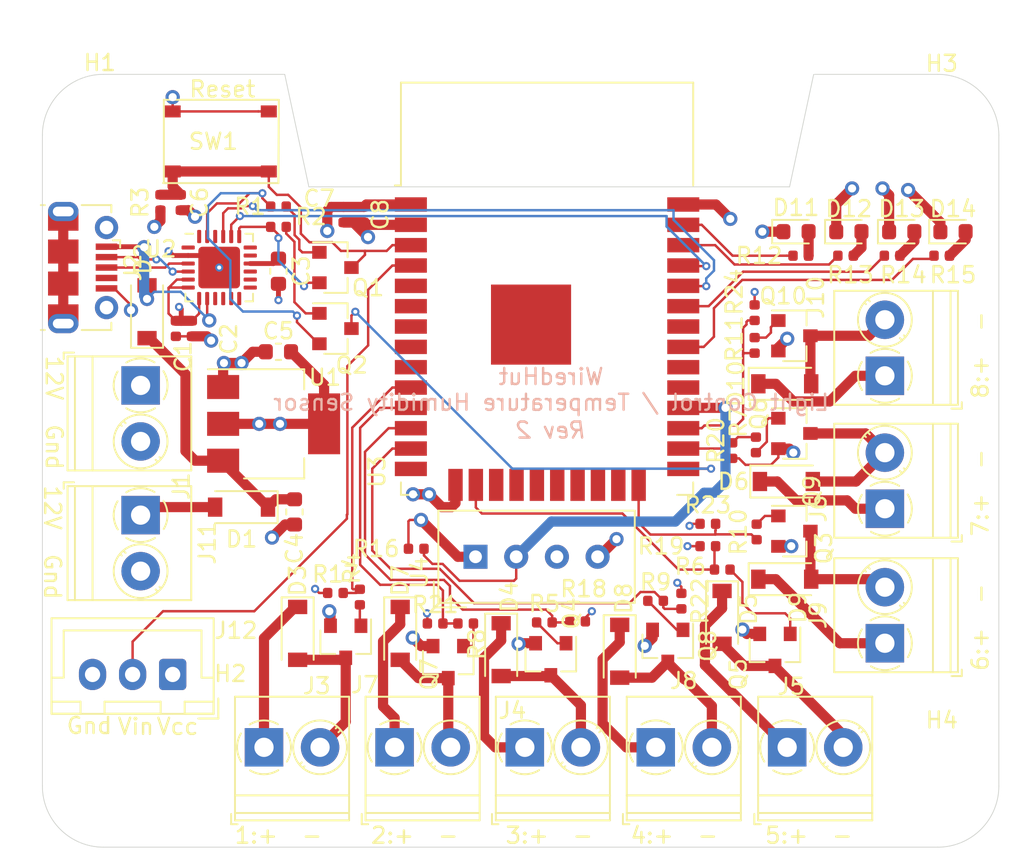
<source format=kicad_pcb>
(kicad_pcb (version 20171130) (host pcbnew "(5.1.6)-1")
  (layers (0 F.Cu signal) (1 In1.Cu power) (2 In2.Cu power) (31 B.Cu signal) (34 B.Paste user) (35 F.Paste user) (36 B.SilkS user) (37 F.SilkS user) (38 B.Mask user) (39 F.Mask user) (44 Edge.Cuts user))
  (net 0 "")
  (net 1 GND)
  (net 2 +3V3)
  (net 3 "Net-(C3-Pad1)")
  (net 4 "Net-(C4-Pad1)")
  (net 5 /EN)
  (net 6 VCC)
  (net 7 VBUS)
  (net 8 /USB_RTS)
  (net 9 "Net-(Q1-Pad1)")
  (net 10 /IO0)
  (net 11 /USB_DTR)
  (net 12 "Net-(Q2-Pad1)")
  (net 13 /USB_TX)
  (net 14 /USB_RX)
  (net 15 /USB_DM)
  (net 16 /USB_DP)
  (net 17 "Net-(D3-Pad2)")
  (net 18 "Net-(D4-Pad2)")
  (net 19 "Net-(D5-Pad2)")
  (net 20 "Net-(D6-Pad2)")
  (net 21 "Net-(D7-Pad2)")
  (net 22 "Net-(D8-Pad2)")
  (net 23 "Net-(D9-Pad2)")
  (net 24 "Net-(D10-Pad2)")
  (net 25 "Net-(Q3-Pad1)")
  (net 26 "Net-(Q4-Pad1)")
  (net 27 "Net-(Q5-Pad1)")
  (net 28 "Net-(Q6-Pad1)")
  (net 29 "Net-(Q7-Pad1)")
  (net 30 "Net-(Q8-Pad1)")
  (net 31 "Net-(Q9-Pad1)")
  (net 32 "Net-(Q10-Pad1)")
  (net 33 /PIR_A)
  (net 34 /CH_1)
  (net 35 /CH_3)
  (net 36 /CH_5)
  (net 37 /CH_7)
  (net 38 /CH_2)
  (net 39 /CH_4)
  (net 40 /CH_6)
  (net 41 /CH_8)
  (net 42 "Net-(D11-Pad2)")
  (net 43 "Net-(D12-Pad2)")
  (net 44 "Net-(D13-Pad2)")
  (net 45 "Net-(D14-Pad2)")
  (net 46 /LED1)
  (net 47 /LED2)
  (net 48 /LED3)
  (net 49 /LED4)
  (net 50 /DHT_IO)
  (module Resistor_SMD:R_0402_1005Metric (layer F.Cu) (at 147.32 68.857 270)
    (fp_text reference R24 (at -1.293 1.27 90) (layer F.SilkS))
    (fp_text value 10kR)
    (pad 2 smd roundrect (at 0.485 0 270) (size 0.59 0.64) (layers F.Cu F.Paste F.Mask) (net 41 /CH_8))
    (pad 1 smd roundrect (at -0.485 0 270) (size 0.59 0.64) (layers F.Cu F.Paste F.Mask) (net 1 GND))
  )
  (module Resistor_SMD:R_0402_1005Metric (layer F.Cu) (at 144.399 82.042)
    (fp_text reference R23 (at 0 -1.17) (layer F.SilkS))
    (fp_text value 10kR)
    (pad 2 smd roundrect (at 0.485 0) (size 0.59 0.64) (layers F.Cu F.Paste F.Mask) (net 40 /CH_6))
    (pad 1 smd roundrect (at -0.485 0) (size 0.59 0.64) (layers F.Cu F.Paste F.Mask) (net 1 GND))
  )
  (module Resistor_SMD:R_0402_1005Metric (layer F.Cu) (at 142.748 86.868 270)
    (fp_text reference R22 (at 0 -1.17 90) (layer F.SilkS))
    (fp_text value 10kR)
    (pad 2 smd roundrect (at 0.485 0 270) (size 0.59 0.64) (layers F.Cu F.Paste F.Mask) (net 39 /CH_4))
    (pad 1 smd roundrect (at -0.485 0 270) (size 0.59 0.64) (layers F.Cu F.Paste F.Mask) (net 1 GND))
  )
  (module Resistor_SMD:R_0402_1005Metric (layer F.Cu) (at 127.381 88.265)
    (fp_text reference R21 (at 0 -1.17) (layer F.SilkS))
    (fp_text value 10kR)
    (pad 2 smd roundrect (at 0.485 0) (size 0.59 0.64) (layers F.Cu F.Paste F.Mask) (net 38 /CH_2))
    (pad 1 smd roundrect (at -0.485 0) (size 0.59 0.64) (layers F.Cu F.Paste F.Mask) (net 1 GND))
  )
  (module Resistor_SMD:R_0402_1005Metric (layer F.Cu) (at 145.923 77.47 90)
    (fp_text reference R20 (at 0.635 -1.016 90) (layer F.SilkS))
    (fp_text value 10kR)
    (pad 2 smd roundrect (at 0.485 0 90) (size 0.59 0.64) (layers F.Cu F.Paste F.Mask) (net 37 /CH_7))
    (pad 1 smd roundrect (at -0.485 0 90) (size 0.59 0.64) (layers F.Cu F.Paste F.Mask) (net 1 GND))
  )
  (module Resistor_SMD:R_0402_1005Metric (layer F.Cu) (at 144.399 83.439)
    (fp_text reference R19 (at -2.921 0) (layer F.SilkS))
    (fp_text value 10kR)
    (pad 2 smd roundrect (at 0.485 0) (size 0.59 0.64) (layers F.Cu F.Paste F.Mask) (net 36 /CH_5))
    (pad 1 smd roundrect (at -0.485 0) (size 0.59 0.64) (layers F.Cu F.Paste F.Mask) (net 1 GND))
  )
  (module Resistor_SMD:R_0402_1005Metric (layer F.Cu) (at 136.271 88.138 180)
    (fp_text reference R18 (at -0.381 2.032) (layer F.SilkS))
    (fp_text value 10kR)
    (pad 2 smd roundrect (at 0.485 0 180) (size 0.59 0.64) (layers F.Cu F.Paste F.Mask) (net 35 /CH_3))
    (pad 1 smd roundrect (at -0.485 0 180) (size 0.59 0.64) (layers F.Cu F.Paste F.Mask) (net 1 GND))
  )
  (module Resistor_SMD:R_0402_1005Metric (layer F.Cu) (at 121.158 86.36)
    (fp_text reference R17 (at 0 -1.17) (layer F.SilkS))
    (fp_text value 10kR)
    (pad 2 smd roundrect (at 0.485 0) (size 0.59 0.64) (layers F.Cu F.Paste F.Mask) (net 34 /CH_1))
    (pad 1 smd roundrect (at -0.485 0) (size 0.59 0.64) (layers F.Cu F.Paste F.Mask) (net 1 GND))
  )
  (module footprints:TS-1187A (layer F.Cu) (at 114 58.166)
    (fp_text reference SW1 (at -0.462 0) (layer F.SilkS))
    (fp_text value SW_Push)
    (pad 2 smd rect (at 3 1.875) (size 1 0.75) (layers F.Cu F.Paste F.Mask) (net 5 /EN))
    (pad 2 smd rect (at -3 1.875) (size 1 0.75) (layers F.Cu F.Paste F.Mask) (net 5 /EN))
    (pad 1 smd rect (at 3 -1.875) (size 1 0.75) (layers F.Cu F.Paste F.Mask) (net 1 GND))
    (pad 1 smd rect (at -3 -1.875) (size 1 0.75) (layers F.Cu F.Paste F.Mask) (net 1 GND))
  )
  (module Resistor_SMD:R_0402_1005Metric (layer F.Cu) (at 126.2 83.6 180)
    (fp_text reference R16 (at 2.5 0) (layer F.SilkS))
    (fp_text value 10kR)
    (pad 2 smd roundrect (at 0.485 0 180) (size 0.59 0.64) (layers F.Cu F.Paste F.Mask) (net 2 +3V3))
    (pad 1 smd roundrect (at -0.485 0 180) (size 0.59 0.64) (layers F.Cu F.Paste F.Mask) (net 50 /DHT_IO))
  )
  (module Sensor:Aosong_DHT11_5.5x12.0_P2.54mm (layer F.Cu) (at 129.9 84.1 90)
    (fp_text reference U4 (at -1 -3.5 90) (layer F.SilkS))
    (fp_text value DHT11)
    (pad 4 thru_hole circle (at 0 7.62 90) (size 1.5 1.5) (drill 0.8) (layers *.Cu *.Mask) (net 1 GND))
    (pad 3 thru_hole circle (at 0 5.08 90) (size 1.5 1.5) (drill 0.8) (layers *.Cu *.Mask))
    (pad 2 thru_hole circle (at 0 2.54 90) (size 1.5 1.5) (drill 0.8) (layers *.Cu *.Mask) (net 50 /DHT_IO))
    (pad 1 thru_hole rect (at 0 0 90) (size 1.5 1.5) (drill 0.8) (layers *.Cu *.Mask) (net 2 +3V3))
  )
  (module Resistor_SMD:R_0402_1005Metric (layer F.Cu) (at 159 65.3)
    (fp_text reference R15 (at 0.7 1.2) (layer F.SilkS))
    (fp_text value 150R)
    (pad 2 smd roundrect (at 0.485 0) (size 0.59 0.64) (layers F.Cu F.Paste F.Mask) (net 45 "Net-(D14-Pad2)"))
    (pad 1 smd roundrect (at -0.485 0) (size 0.59 0.64) (layers F.Cu F.Paste F.Mask) (net 49 /LED4))
  )
  (module Resistor_SMD:R_0402_1005Metric (layer F.Cu) (at 155.9 65.3)
    (fp_text reference R14 (at 0.7 1.2) (layer F.SilkS))
    (fp_text value 150R)
    (pad 2 smd roundrect (at 0.485 0) (size 0.59 0.64) (layers F.Cu F.Paste F.Mask) (net 44 "Net-(D13-Pad2)"))
    (pad 1 smd roundrect (at -0.485 0) (size 0.59 0.64) (layers F.Cu F.Paste F.Mask) (net 48 /LED3))
  )
  (module Resistor_SMD:R_0402_1005Metric (layer F.Cu) (at 153 65.3)
    (fp_text reference R13 (at 0.3 1.2) (layer F.SilkS))
    (fp_text value 47R)
    (pad 2 smd roundrect (at 0.485 0) (size 0.59 0.64) (layers F.Cu F.Paste F.Mask) (net 43 "Net-(D12-Pad2)"))
    (pad 1 smd roundrect (at -0.485 0) (size 0.59 0.64) (layers F.Cu F.Paste F.Mask) (net 47 /LED2))
  )
  (module Resistor_SMD:R_0402_1005Metric (layer F.Cu) (at 150.2 65.3)
    (fp_text reference R12 (at -2.6 0) (layer F.SilkS))
    (fp_text value 47R)
    (pad 2 smd roundrect (at 0.485 0) (size 0.59 0.64) (layers F.Cu F.Paste F.Mask) (net 42 "Net-(D11-Pad2)"))
    (pad 1 smd roundrect (at -0.485 0) (size 0.59 0.64) (layers F.Cu F.Paste F.Mask) (net 46 /LED1))
  )
  (module LED_SMD:LED_0603_1608Metric (layer F.Cu) (at 159.7 63.8)
    (fp_text reference D14 (at 0 -1.43) (layer F.SilkS))
    (fp_text value Red)
    (pad 2 smd roundrect (at 0.7875 0) (size 0.875 0.95) (layers F.Cu F.Paste F.Mask) (net 45 "Net-(D14-Pad2)"))
    (pad 1 smd roundrect (at -0.7875 0) (size 0.875 0.95) (layers F.Cu F.Paste F.Mask) (net 1 GND))
  )
  (module LED_SMD:LED_0603_1608Metric (layer F.Cu) (at 156.5 63.8)
    (fp_text reference D13 (at 0 -1.43) (layer F.SilkS))
    (fp_text value Red)
    (pad 2 smd roundrect (at 0.7875 0) (size 0.875 0.95) (layers F.Cu F.Paste F.Mask) (net 44 "Net-(D13-Pad2)"))
    (pad 1 smd roundrect (at -0.7875 0) (size 0.875 0.95) (layers F.Cu F.Paste F.Mask) (net 1 GND))
  )
  (module LED_SMD:LED_0603_1608Metric (layer F.Cu) (at 153.2 63.8)
    (fp_text reference D12 (at 0 -1.43) (layer F.SilkS))
    (fp_text value Green)
    (pad 2 smd roundrect (at 0.7875 0) (size 0.875 0.95) (layers F.Cu F.Paste F.Mask) (net 43 "Net-(D12-Pad2)"))
    (pad 1 smd roundrect (at -0.7875 0) (size 0.875 0.95) (layers F.Cu F.Paste F.Mask) (net 1 GND))
  )
  (module LED_SMD:LED_0603_1608Metric (layer F.Cu) (at 149.9 63.8)
    (fp_text reference D11 (at 0 -1.5) (layer F.SilkS))
    (fp_text value Green)
    (pad 2 smd roundrect (at 0.7875 0) (size 0.875 0.95) (layers F.Cu F.Paste F.Mask) (net 42 "Net-(D11-Pad2)"))
    (pad 1 smd roundrect (at -0.7875 0) (size 0.875 0.95) (layers F.Cu F.Paste F.Mask) (net 1 GND))
  )
  (module MountingHole:MountingHole_3.2mm_M3 (layer F.Cu) (at 159 98.5)
    (fp_text reference H4 (at 0 -4.2) (layer F.SilkS))
    (fp_text value MountingHole)
    (pad 1 np_thru_hole circle (at 0 0) (size 3.2 3.2) (drill 3.2) (layers *.Cu *.Mask))
  )
  (module MountingHole:MountingHole_3.2mm_M3 (layer F.Cu) (at 159 57.5)
    (fp_text reference H3 (at 0 -4.2) (layer F.SilkS))
    (fp_text value MountingHole)
    (pad 1 np_thru_hole circle (at 0 0) (size 3.2 3.2) (drill 3.2) (layers *.Cu *.Mask))
  )
  (module MountingHole:MountingHole_3.2mm_M3 (layer F.Cu) (at 106.5 98.5)
    (fp_text reference H2 (at 8.1 -7.1) (layer F.SilkS))
    (fp_text value MountingHole)
    (pad 1 np_thru_hole circle (at 0 0) (size 3.2 3.2) (drill 3.2) (layers *.Cu *.Mask))
  )
  (module MountingHole:MountingHole_3.2mm_M3 (layer F.Cu) (at 106.45 57.45)
    (fp_text reference H1 (at 0 -4.2) (layer F.SilkS))
    (fp_text value MountingHole)
    (pad 1 np_thru_hole circle (at 0 0) (size 3.2 3.2) (drill 3.2) (layers *.Cu *.Mask))
  )
  (module TerminalBlock_Phoenix:TerminalBlock_Phoenix_PT-1,5-2-3.5-H_1x02_P3.50mm_Horizontal (layer F.Cu) (at 141.15 96)
    (fp_text reference J8 (at 1.75 -4.16) (layer F.SilkS))
    (fp_text value Screw_Terminal_01x02)
    (pad 2 thru_hole circle (at 3.5 0) (size 2.4 2.4) (drill 1.2) (layers *.Cu *.Mask) (net 22 "Net-(D8-Pad2)"))
    (pad 1 thru_hole rect (at 0 0) (size 2.4 2.4) (drill 1.2) (layers *.Cu *.Mask) (net 6 VCC))
  )
  (module Connector_JST:JST_XH_B3B-XH-A_1x03_P2.50mm_Vertical (layer F.Cu) (at 111 91.45 180)
    (fp_text reference J12 (at -3.95 2.75) (layer F.SilkS))
    (fp_text value Conn_01x03)
    (pad 3 thru_hole oval (at 5 0 180) (size 1.7 1.95) (drill 0.95) (layers *.Cu *.Mask) (net 1 GND))
    (pad 2 thru_hole oval (at 2.5 0 180) (size 1.7 1.95) (drill 0.95) (layers *.Cu *.Mask) (net 33 /PIR_A))
    (pad 1 thru_hole roundrect (at 0 0 180) (size 1.7 1.95) (drill 0.95) (layers *.Cu *.Mask) (roundrect_rratio 0.147059) (net 6 VCC))
  )
  (module TerminalBlock_Phoenix:TerminalBlock_Phoenix_PT-1,5-2-3.5-H_1x02_P3.50mm_Horizontal (layer F.Cu) (at 109 81.5 270)
    (fp_text reference J11 (at 1.75 -4.16 90) (layer F.SilkS))
    (fp_text value Screw_Terminal_01x02)
    (pad 2 thru_hole circle (at 3.5 0 270) (size 2.4 2.4) (drill 1.2) (layers *.Cu *.Mask) (net 1 GND))
    (pad 1 thru_hole rect (at 0 0 270) (size 2.4 2.4) (drill 1.2) (layers *.Cu *.Mask) (net 6 VCC))
  )
  (module Resistor_SMD:R_0402_1005Metric (layer F.Cu) (at 122.682 86.614 90)
    (fp_text reference R4 (at 1.778 -0.508 90) (layer F.SilkS))
    (fp_text value 100R)
    (pad 2 smd roundrect (at 0.485 0 90) (size 0.59 0.64) (layers F.Cu F.Paste F.Mask) (net 34 /CH_1))
    (pad 1 smd roundrect (at -0.485 0 90) (size 0.59 0.64) (layers F.Cu F.Paste F.Mask) (net 25 "Net-(Q3-Pad1)"))
  )
  (module TerminalBlock_Phoenix:TerminalBlock_Phoenix_PT-1,5-2-3.5-H_1x02_P3.50mm_Horizontal (layer F.Cu) (at 155.448 72.8 90)
    (fp_text reference J10 (at 4.9 -4.318 90) (layer F.SilkS))
    (fp_text value Screw_Terminal_01x02)
    (pad 2 thru_hole circle (at 3.5 0 90) (size 2.4 2.4) (drill 1.2) (layers *.Cu *.Mask) (net 24 "Net-(D10-Pad2)"))
    (pad 1 thru_hole rect (at 0 0 90) (size 2.4 2.4) (drill 1.2) (layers *.Cu *.Mask) (net 6 VCC))
  )
  (module TerminalBlock_Phoenix:TerminalBlock_Phoenix_PT-1,5-2-3.5-H_1x02_P3.50mm_Horizontal (layer F.Cu) (at 155.448 89.5 90)
    (fp_text reference J9 (at 1.75 -4.16 90) (layer F.SilkS))
    (fp_text value Screw_Terminal_01x02)
    (pad 2 thru_hole circle (at 3.5 0 90) (size 2.4 2.4) (drill 1.2) (layers *.Cu *.Mask) (net 23 "Net-(D9-Pad2)"))
    (pad 1 thru_hole rect (at 0 0 90) (size 2.4 2.4) (drill 1.2) (layers *.Cu *.Mask) (net 6 VCC))
  )
  (module TerminalBlock_Phoenix:TerminalBlock_Phoenix_PT-1,5-2-3.5-H_1x02_P3.50mm_Horizontal (layer F.Cu) (at 124.85 96)
    (fp_text reference J7 (at -1.85 -3.9) (layer F.SilkS))
    (fp_text value Screw_Terminal_01x02)
    (pad 2 thru_hole circle (at 3.5 0) (size 2.4 2.4) (drill 1.2) (layers *.Cu *.Mask) (net 21 "Net-(D7-Pad2)"))
    (pad 1 thru_hole rect (at 0 0) (size 2.4 2.4) (drill 1.2) (layers *.Cu *.Mask) (net 6 VCC))
  )
  (module TerminalBlock_Phoenix:TerminalBlock_Phoenix_PT-1,5-2-3.5-H_1x02_P3.50mm_Horizontal (layer F.Cu) (at 155.448 81.1 90)
    (fp_text reference J6 (at 0 -4.16 90) (layer F.SilkS))
    (fp_text value Screw_Terminal_01x02)
    (pad 2 thru_hole circle (at 3.5 0 90) (size 2.4 2.4) (drill 1.2) (layers *.Cu *.Mask) (net 20 "Net-(D6-Pad2)"))
    (pad 1 thru_hole rect (at 0 0 90) (size 2.4 2.4) (drill 1.2) (layers *.Cu *.Mask) (net 6 VCC))
  )
  (module TerminalBlock_Phoenix:TerminalBlock_Phoenix_PT-1,5-2-3.5-H_1x02_P3.50mm_Horizontal (layer F.Cu) (at 149.35 96)
    (fp_text reference J5 (at 0.256 -3.798) (layer F.SilkS))
    (fp_text value Screw_Terminal_01x02)
    (pad 2 thru_hole circle (at 3.5 0) (size 2.4 2.4) (drill 1.2) (layers *.Cu *.Mask) (net 19 "Net-(D5-Pad2)"))
    (pad 1 thru_hole rect (at 0 0) (size 2.4 2.4) (drill 1.2) (layers *.Cu *.Mask) (net 6 VCC))
  )
  (module TerminalBlock_Phoenix:TerminalBlock_Phoenix_PT-1,5-2-3.5-H_1x02_P3.50mm_Horizontal (layer F.Cu) (at 132.978 96)
    (fp_text reference J4 (at -0.778 -2.3) (layer F.SilkS))
    (fp_text value Screw_Terminal_01x02)
    (pad 2 thru_hole circle (at 3.5 0) (size 2.4 2.4) (drill 1.2) (layers *.Cu *.Mask) (net 18 "Net-(D4-Pad2)"))
    (pad 1 thru_hole rect (at 0 0) (size 2.4 2.4) (drill 1.2) (layers *.Cu *.Mask) (net 6 VCC))
  )
  (module Package_TO_SOT_SMD:SOT-23 (layer F.Cu) (at 149.8 70.3)
    (fp_text reference Q10 (at -0.702 -2.482) (layer F.SilkS))
    (fp_text value Q_NMOS_GDS)
    (pad 3 smd rect (at 1 0) (size 0.9 0.8) (layers F.Cu F.Paste F.Mask) (net 24 "Net-(D10-Pad2)"))
    (pad 2 smd rect (at -1 0.95) (size 0.9 0.8) (layers F.Cu F.Paste F.Mask) (net 1 GND))
    (pad 1 smd rect (at -1 -0.95) (size 0.9 0.8) (layers F.Cu F.Paste F.Mask) (net 32 "Net-(Q10-Pad1)"))
  )
  (module Package_TO_SOT_SMD:SOT-23 (layer F.Cu) (at 149.8 82.5)
    (fp_text reference Q9 (at 1.1 -2.5 270) (layer F.SilkS))
    (fp_text value Q_NMOS_GDS)
    (pad 3 smd rect (at 1 0) (size 0.9 0.8) (layers F.Cu F.Paste F.Mask) (net 23 "Net-(D9-Pad2)"))
    (pad 2 smd rect (at -1 0.95) (size 0.9 0.8) (layers F.Cu F.Paste F.Mask) (net 1 GND))
    (pad 1 smd rect (at -1 -0.95) (size 0.9 0.8) (layers F.Cu F.Paste F.Mask) (net 31 "Net-(Q9-Pad1)"))
  )
  (module Package_TO_SOT_SMD:SOT-23 (layer F.Cu) (at 141.9 89.662 270)
    (fp_text reference Q8 (at 0 -2.5 90) (layer F.SilkS))
    (fp_text value Q_NMOS_GDS)
    (pad 3 smd rect (at 1 0 270) (size 0.9 0.8) (layers F.Cu F.Paste F.Mask) (net 22 "Net-(D8-Pad2)"))
    (pad 2 smd rect (at -1 0.95 270) (size 0.9 0.8) (layers F.Cu F.Paste F.Mask) (net 1 GND))
    (pad 1 smd rect (at -1 -0.95 270) (size 0.9 0.8) (layers F.Cu F.Paste F.Mask) (net 30 "Net-(Q8-Pad1)"))
  )
  (module Package_TO_SOT_SMD:SOT-23 (layer F.Cu) (at 128.2 90.678 270)
    (fp_text reference Q7 (at 0.762 1.2 90) (layer F.SilkS))
    (fp_text value Q_NMOS_GDS)
    (pad 3 smd rect (at 1 0 270) (size 0.9 0.8) (layers F.Cu F.Paste F.Mask) (net 21 "Net-(D7-Pad2)"))
    (pad 2 smd rect (at -1 0.95 270) (size 0.9 0.8) (layers F.Cu F.Paste F.Mask) (net 1 GND))
    (pad 1 smd rect (at -1 -0.95 270) (size 0.9 0.8) (layers F.Cu F.Paste F.Mask) (net 29 "Net-(Q7-Pad1)"))
  )
  (module Package_TO_SOT_SMD:SOT-23 (layer F.Cu) (at 149.8 76.4)
    (fp_text reference Q6 (at -2.226 -1.216 270) (layer F.SilkS))
    (fp_text value Q_NMOS_GDS)
    (pad 3 smd rect (at 1 0) (size 0.9 0.8) (layers F.Cu F.Paste F.Mask) (net 20 "Net-(D6-Pad2)"))
    (pad 2 smd rect (at -1 0.95) (size 0.9 0.8) (layers F.Cu F.Paste F.Mask) (net 1 GND))
    (pad 1 smd rect (at -1 -0.95) (size 0.9 0.8) (layers F.Cu F.Paste F.Mask) (net 28 "Net-(Q6-Pad1)"))
  )
  (module Package_TO_SOT_SMD:SOT-23 (layer F.Cu) (at 148.59 89.916 270)
    (fp_text reference Q5 (at 1.524 2.286 90) (layer F.SilkS))
    (fp_text value Q_NMOS_GDS)
    (pad 3 smd rect (at 1 0 270) (size 0.9 0.8) (layers F.Cu F.Paste F.Mask) (net 19 "Net-(D5-Pad2)"))
    (pad 2 smd rect (at -1 0.95 270) (size 0.9 0.8) (layers F.Cu F.Paste F.Mask) (net 1 GND))
    (pad 1 smd rect (at -1 -0.95 270) (size 0.9 0.8) (layers F.Cu F.Paste F.Mask) (net 27 "Net-(Q5-Pad1)"))
  )
  (module Package_TO_SOT_SMD:SOT-23 (layer F.Cu) (at 134.6 90.5 270)
    (fp_text reference Q4 (at -2.87 -1.29 90) (layer F.SilkS))
    (fp_text value Q_NMOS_GDS)
    (pad 3 smd rect (at 1 0 270) (size 0.9 0.8) (layers F.Cu F.Paste F.Mask) (net 18 "Net-(D4-Pad2)"))
    (pad 2 smd rect (at -1 0.95 270) (size 0.9 0.8) (layers F.Cu F.Paste F.Mask) (net 1 GND))
    (pad 1 smd rect (at -1 -0.95 270) (size 0.9 0.8) (layers F.Cu F.Paste F.Mask) (net 26 "Net-(Q4-Pad1)"))
  )
  (module Package_TO_SOT_SMD:SOT-23 (layer F.Cu) (at 121.8 89.408 270)
    (fp_text reference Q3 (at -5.842 -29.838 90) (layer F.SilkS))
    (fp_text value Q_NMOS_GSD)
    (pad 3 smd rect (at 1 0 270) (size 0.9 0.8) (layers F.Cu F.Paste F.Mask) (net 17 "Net-(D3-Pad2)"))
    (pad 2 smd rect (at -1 0.95 270) (size 0.9 0.8) (layers F.Cu F.Paste F.Mask) (net 1 GND))
    (pad 1 smd rect (at -1 -0.95 270) (size 0.9 0.8) (layers F.Cu F.Paste F.Mask) (net 25 "Net-(Q3-Pad1)"))
  )
  (module Diode_SMD:D_SOD-123 (layer F.Cu) (at 149.2 73.3)
    (fp_text reference D10 (at -3.048 0 90) (layer F.SilkS))
    (fp_text value D_Schottky)
    (pad 2 smd rect (at 1.65 0) (size 0.9 1.2) (layers F.Cu F.Paste F.Mask) (net 24 "Net-(D10-Pad2)"))
    (pad 1 smd rect (at -1.65 0) (size 0.9 1.2) (layers F.Cu F.Paste F.Mask) (net 6 VCC))
  )
  (module Diode_SMD:D_SOD-123 (layer F.Cu) (at 149.2 85.5)
    (fp_text reference D9 (at 0.825 1.775 90) (layer F.SilkS))
    (fp_text value D_Schottky)
    (pad 2 smd rect (at 1.65 0) (size 0.9 1.2) (layers F.Cu F.Paste F.Mask) (net 23 "Net-(D9-Pad2)"))
    (pad 1 smd rect (at -1.65 0) (size 0.9 1.2) (layers F.Cu F.Paste F.Mask) (net 6 VCC))
  )
  (module Diode_SMD:D_SOD-123 (layer F.Cu) (at 138.9 90 270)
    (fp_text reference D8 (at -3.302 -0.254 90) (layer F.SilkS))
    (fp_text value D_Schottky)
    (pad 2 smd rect (at 1.65 0 270) (size 0.9 1.2) (layers F.Cu F.Paste F.Mask) (net 22 "Net-(D8-Pad2)"))
    (pad 1 smd rect (at -1.65 0 270) (size 0.9 1.2) (layers F.Cu F.Paste F.Mask) (net 6 VCC))
  )
  (module Diode_SMD:D_SOD-123 (layer F.Cu) (at 125.2 88.884 270)
    (fp_text reference D7 (at -3.302 0 90) (layer F.SilkS))
    (fp_text value D_Schottky)
    (pad 2 smd rect (at 1.65 0 270) (size 0.9 1.2) (layers F.Cu F.Paste F.Mask) (net 21 "Net-(D7-Pad2)"))
    (pad 1 smd rect (at -1.65 0 270) (size 0.9 1.2) (layers F.Cu F.Paste F.Mask) (net 6 VCC))
  )
  (module Diode_SMD:D_SOD-123 (layer F.Cu) (at 149.3 79.4)
    (fp_text reference D6 (at -3.302 0) (layer F.SilkS))
    (fp_text value D_Schottky)
    (pad 2 smd rect (at 1.65 0) (size 0.9 1.2) (layers F.Cu F.Paste F.Mask) (net 20 "Net-(D6-Pad2)"))
    (pad 1 smd rect (at -1.65 0) (size 0.9 1.2) (layers F.Cu F.Paste F.Mask) (net 6 VCC))
  )
  (module Diode_SMD:D_SOD-123 (layer F.Cu) (at 145.288 87.884 270)
    (fp_text reference D5 (at -0.508 -1.651 90) (layer F.SilkS))
    (fp_text value D_Schottky)
    (pad 2 smd rect (at 1.65 0 270) (size 0.9 1.2) (layers F.Cu F.Paste F.Mask) (net 19 "Net-(D5-Pad2)"))
    (pad 1 smd rect (at -1.65 0 270) (size 0.9 1.2) (layers F.Cu F.Paste F.Mask) (net 6 VCC))
  )
  (module Diode_SMD:D_SOD-123 (layer F.Cu) (at 131.5 89.9 270)
    (fp_text reference D4 (at -3.302 -0.508 90) (layer F.SilkS))
    (fp_text value D_Schottky)
    (pad 2 smd rect (at 1.65 0 270) (size 0.9 1.2) (layers F.Cu F.Paste F.Mask) (net 18 "Net-(D4-Pad2)"))
    (pad 1 smd rect (at -1.65 0 270) (size 0.9 1.2) (layers F.Cu F.Paste F.Mask) (net 6 VCC))
  )
  (module Diode_SMD:D_SOD-123 (layer F.Cu) (at 118.8 88.884 270)
    (fp_text reference D3 (at -3.302 0 90) (layer F.SilkS))
    (fp_text value D_Schottky)
    (pad 2 smd rect (at 1.65 0 270) (size 0.9 1.2) (layers F.Cu F.Paste F.Mask) (net 17 "Net-(D3-Pad2)"))
    (pad 1 smd rect (at -1.65 0 270) (size 0.9 1.2) (layers F.Cu F.Paste F.Mask) (net 6 VCC))
  )
  (module Diode_SMD:D_SOD-123 (layer F.Cu) (at 109.4 68.8 90)
    (fp_text reference D2 (at 3.302 -0.254 90) (layer F.SilkS))
    (fp_text value D_Schottky)
    (pad 2 smd rect (at 1.65 0 90) (size 0.9 1.2) (layers F.Cu F.Paste F.Mask) (net 7 VBUS))
    (pad 1 smd rect (at -1.65 0 90) (size 0.9 1.2) (layers F.Cu F.Paste F.Mask) (net 4 "Net-(C4-Pad1)"))
  )
  (module Diode_SMD:D_SOD-123 (layer F.Cu) (at 115.3 81 180)
    (fp_text reference D1 (at 0 -2) (layer F.SilkS))
    (fp_text value D_Schottky)
    (pad 2 smd rect (at 1.65 0 180) (size 0.9 1.2) (layers F.Cu F.Paste F.Mask) (net 6 VCC))
    (pad 1 smd rect (at -1.65 0 180) (size 0.9 1.2) (layers F.Cu F.Paste F.Mask) (net 4 "Net-(C4-Pad1)"))
  )
  (module TerminalBlock_Phoenix:TerminalBlock_Phoenix_PT-1,5-2-3.5-H_1x02_P3.50mm_Horizontal (layer F.Cu) (at 116.7 96)
    (fp_text reference J3 (at 3.294 -3.834) (layer F.SilkS))
    (fp_text value Screw_Terminal_01x02)
    (pad 2 thru_hole circle (at 3.5 0) (size 2.4 2.4) (drill 1.2) (layers *.Cu *.Mask) (net 17 "Net-(D3-Pad2)"))
    (pad 1 thru_hole rect (at 0 0) (size 2.4 2.4) (drill 1.2) (layers *.Cu *.Mask) (net 6 VCC))
  )
  (module TerminalBlock_Phoenix:TerminalBlock_Phoenix_PT-1,5-2-3.5-H_1x02_P3.50mm_Horizontal (layer F.Cu) (at 109 73.4 270)
    (fp_text reference J1 (at 6.294 -2.54 90) (layer F.SilkS))
    (fp_text value Screw_Terminal_01x02)
    (pad 2 thru_hole circle (at 3.5 0 270) (size 2.4 2.4) (drill 1.2) (layers *.Cu *.Mask) (net 1 GND))
    (pad 1 thru_hole rect (at 0 0 270) (size 2.4 2.4) (drill 1.2) (layers *.Cu *.Mask) (net 6 VCC))
  )
  (module Resistor_SMD:R_0402_1005Metric (layer F.Cu) (at 147.32 70.9 270)
    (fp_text reference R11 (at -0.415 1.27 90) (layer F.SilkS))
    (fp_text value 100R)
    (pad 2 smd roundrect (at 0.485 0 270) (size 0.59 0.64) (layers F.Cu F.Paste F.Mask) (net 41 /CH_8))
    (pad 1 smd roundrect (at -0.485 0 270) (size 0.59 0.64) (layers F.Cu F.Paste F.Mask) (net 32 "Net-(Q10-Pad1)"))
  )
  (module Resistor_SMD:R_0402_1005Metric (layer F.Cu) (at 147.447 82.55 270)
    (fp_text reference R10 (at 0 1.143 90) (layer F.SilkS))
    (fp_text value 100R)
    (pad 2 smd roundrect (at 0.485 0 270) (size 0.59 0.64) (layers F.Cu F.Paste F.Mask) (net 40 /CH_6))
    (pad 1 smd roundrect (at -0.485 0 270) (size 0.59 0.64) (layers F.Cu F.Paste F.Mask) (net 31 "Net-(Q9-Pad1)"))
  )
  (module Resistor_SMD:R_0402_1005Metric (layer F.Cu) (at 141.138 86.852)
    (fp_text reference R9 (at 0 -1.17) (layer F.SilkS))
    (fp_text value 100R)
    (pad 2 smd roundrect (at 0.485 0) (size 0.59 0.64) (layers F.Cu F.Paste F.Mask) (net 39 /CH_4))
    (pad 1 smd roundrect (at -0.485 0) (size 0.59 0.64) (layers F.Cu F.Paste F.Mask) (net 30 "Net-(Q8-Pad1)"))
  )
  (module Resistor_SMD:R_0402_1005Metric (layer F.Cu) (at 129.286 88.265 180)
    (fp_text reference R8 (at -0.7 -1.3 90) (layer F.SilkS))
    (fp_text value 100R)
    (pad 2 smd roundrect (at 0.485 0 180) (size 0.59 0.64) (layers F.Cu F.Paste F.Mask) (net 38 /CH_2))
    (pad 1 smd roundrect (at -0.485 0 180) (size 0.59 0.64) (layers F.Cu F.Paste F.Mask) (net 29 "Net-(Q7-Pad1)"))
  )
  (module Resistor_SMD:R_0402_1005Metric (layer F.Cu) (at 147.4 77.115 90)
    (fp_text reference R7 (at 1.423 -1.096 90) (layer F.SilkS))
    (fp_text value 100R)
    (pad 2 smd roundrect (at 0.485 0 90) (size 0.59 0.64) (layers F.Cu F.Paste F.Mask) (net 37 /CH_7))
    (pad 1 smd roundrect (at -0.485 0 90) (size 0.59 0.64) (layers F.Cu F.Paste F.Mask) (net 28 "Net-(Q6-Pad1)"))
  )
  (module Resistor_SMD:R_0402_1005Metric (layer F.Cu) (at 145.3 84.9 180)
    (fp_text reference R6 (at 1.995 0.194) (layer F.SilkS))
    (fp_text value 100R)
    (pad 2 smd roundrect (at 0.485 0 180) (size 0.59 0.64) (layers F.Cu F.Paste F.Mask) (net 36 /CH_5))
    (pad 1 smd roundrect (at -0.485 0 180) (size 0.59 0.64) (layers F.Cu F.Paste F.Mask) (net 27 "Net-(Q5-Pad1)"))
  )
  (module Resistor_SMD:R_0402_1005Metric (layer F.Cu) (at 134.2 88.2)
    (fp_text reference R5 (at 0 -1.17) (layer F.SilkS))
    (fp_text value 100R)
    (pad 2 smd roundrect (at 0.485 0) (size 0.59 0.64) (layers F.Cu F.Paste F.Mask) (net 35 /CH_3))
    (pad 1 smd roundrect (at -0.485 0) (size 0.59 0.64) (layers F.Cu F.Paste F.Mask) (net 26 "Net-(Q4-Pad1)"))
  )
  (module Connector_USB:USB_Micro-B_Molex-105017-0001 (layer F.Cu) (at 105.41 66.04 270)
    (fp_text reference J2 (at 0 -3.1125 90) (layer F.SilkS))
    (fp_text value USB_B_Micro)
    (pad 6 smd rect (at -2.9 1.2375 270) (size 1.2 1.9) (layers F.Cu F.Mask) (net 1 GND))
    (pad 6 smd rect (at 2.9 1.2375 270) (size 1.2 1.9) (layers F.Cu F.Mask) (net 1 GND))
    (pad 6 thru_hole oval (at 3.5 1.2375 270) (size 1.2 1.9) (drill oval 0.6 1.3) (layers *.Cu *.Mask) (net 1 GND))
    (pad 6 thru_hole oval (at -3.5 1.2375 90) (size 1.2 1.9) (drill oval 0.6 1.3) (layers *.Cu *.Mask) (net 1 GND))
    (pad 6 smd rect (at -1 1.2375 270) (size 1.5 1.9) (layers F.Cu F.Paste F.Mask) (net 1 GND))
    (pad 6 thru_hole circle (at 2.5 -1.4625 270) (size 1.45 1.45) (drill 0.85) (layers *.Cu *.Mask) (net 1 GND))
    (pad 3 smd rect (at 0 -1.4625 270) (size 0.4 1.35) (layers F.Cu F.Paste F.Mask) (net 16 /USB_DP))
    (pad 4 smd rect (at 0.65 -1.4625 270) (size 0.4 1.35) (layers F.Cu F.Paste F.Mask))
    (pad 5 smd rect (at 1.3 -1.4625 270) (size 0.4 1.35) (layers F.Cu F.Paste F.Mask) (net 1 GND))
    (pad 1 smd rect (at -1.3 -1.4625 270) (size 0.4 1.35) (layers F.Cu F.Paste F.Mask) (net 7 VBUS))
    (pad 2 smd rect (at -0.65 -1.4625 270) (size 0.4 1.35) (layers F.Cu F.Paste F.Mask) (net 15 /USB_DM))
    (pad 6 thru_hole circle (at -2.5 -1.4625 270) (size 1.45 1.45) (drill 0.85) (layers *.Cu *.Mask) (net 1 GND))
    (pad 6 smd rect (at 1 1.2375 270) (size 1.5 1.9) (layers F.Cu F.Paste F.Mask) (net 1 GND))
  )
  (module RF_Module:ESP32-WROOM-32 (layer F.Cu) (at 134.366 70.358)
    (fp_text reference U3 (at -10.61 8.43 90) (layer F.SilkS))
    (fp_text value ESP32-WROOM-32)
    (pad 38 smd rect (at 8.5 -8.255) (size 2 0.9) (layers F.Cu F.Paste F.Mask) (net 1 GND))
    (pad 37 smd rect (at 8.5 -6.985) (size 2 0.9) (layers F.Cu F.Paste F.Mask) (net 46 /LED1))
    (pad 36 smd rect (at 8.5 -5.715) (size 2 0.9) (layers F.Cu F.Paste F.Mask) (net 47 /LED2))
    (pad 35 smd rect (at 8.5 -4.445) (size 2 0.9) (layers F.Cu F.Paste F.Mask) (net 14 /USB_RX))
    (pad 34 smd rect (at 8.5 -3.175) (size 2 0.9) (layers F.Cu F.Paste F.Mask) (net 13 /USB_TX))
    (pad 33 smd rect (at 8.5 -1.905) (size 2 0.9) (layers F.Cu F.Paste F.Mask) (net 48 /LED3))
    (pad 32 smd rect (at 8.5 -0.635) (size 2 0.9) (layers F.Cu F.Paste F.Mask))
    (pad 31 smd rect (at 8.5 0.635) (size 2 0.9) (layers F.Cu F.Paste F.Mask) (net 49 /LED4))
    (pad 30 smd rect (at 8.5 1.905) (size 2 0.9) (layers F.Cu F.Paste F.Mask))
    (pad 29 smd rect (at 8.5 3.175) (size 2 0.9) (layers F.Cu F.Paste F.Mask))
    (pad 28 smd rect (at 8.5 4.445) (size 2 0.9) (layers F.Cu F.Paste F.Mask) (net 50 /DHT_IO))
    (pad 27 smd rect (at 8.5 5.715) (size 2 0.9) (layers F.Cu F.Paste F.Mask) (net 41 /CH_8))
    (pad 26 smd rect (at 8.5 6.985) (size 2 0.9) (layers F.Cu F.Paste F.Mask) (net 37 /CH_7))
    (pad 25 smd rect (at 8.5 8.255) (size 2 0.9) (layers F.Cu F.Paste F.Mask) (net 10 /IO0))
    (pad 24 smd rect (at 5.715 9.255 90) (size 2 0.9) (layers F.Cu F.Paste F.Mask) (net 40 /CH_6))
    (pad 23 smd rect (at 4.445 9.255 90) (size 2 0.9) (layers F.Cu F.Paste F.Mask))
    (pad 22 smd rect (at 3.175 9.255 90) (size 2 0.9) (layers F.Cu F.Paste F.Mask))
    (pad 21 smd rect (at 1.905 9.255 90) (size 2 0.9) (layers F.Cu F.Paste F.Mask))
    (pad 20 smd rect (at 0.635 9.255 90) (size 2 0.9) (layers F.Cu F.Paste F.Mask))
    (pad 19 smd rect (at -0.635 9.255 90) (size 2 0.9) (layers F.Cu F.Paste F.Mask))
    (pad 18 smd rect (at -1.905 9.255 90) (size 2 0.9) (layers F.Cu F.Paste F.Mask))
    (pad 17 smd rect (at -3.175 9.255 90) (size 2 0.9) (layers F.Cu F.Paste F.Mask))
    (pad 16 smd rect (at -4.445 9.255 90) (size 2 0.9) (layers F.Cu F.Paste F.Mask) (net 36 /CH_5))
    (pad 15 smd rect (at -5.715 9.255 90) (size 2 0.9) (layers F.Cu F.Paste F.Mask) (net 1 GND))
    (pad 14 smd rect (at -8.5 8.255) (size 2 0.9) (layers F.Cu F.Paste F.Mask))
    (pad 13 smd rect (at -8.5 6.985) (size 2 0.9) (layers F.Cu F.Paste F.Mask) (net 39 /CH_4))
    (pad 12 smd rect (at -8.5 5.715) (size 2 0.9) (layers F.Cu F.Paste F.Mask) (net 35 /CH_3))
    (pad 11 smd rect (at -8.5 4.445) (size 2 0.9) (layers F.Cu F.Paste F.Mask) (net 38 /CH_2))
    (pad 10 smd rect (at -8.5 3.175) (size 2 0.9) (layers F.Cu F.Paste F.Mask) (net 34 /CH_1))
    (pad 9 smd rect (at -8.5 1.905) (size 2 0.9) (layers F.Cu F.Paste F.Mask))
    (pad 8 smd rect (at -8.5 0.635) (size 2 0.9) (layers F.Cu F.Paste F.Mask))
    (pad 7 smd rect (at -8.5 -0.635) (size 2 0.9) (layers F.Cu F.Paste F.Mask))
    (pad 6 smd rect (at -8.5 -1.905) (size 2 0.9) (layers F.Cu F.Paste F.Mask))
    (pad 5 smd rect (at -8.5 -3.175) (size 2 0.9) (layers F.Cu F.Paste F.Mask))
    (pad 4 smd rect (at -8.5 -4.445) (size 2 0.9) (layers F.Cu F.Paste F.Mask) (net 33 /PIR_A))
    (pad 3 smd rect (at -8.5 -5.715) (size 2 0.9) (layers F.Cu F.Paste F.Mask) (net 5 /EN))
    (pad 2 smd rect (at -8.5 -6.985) (size 2 0.9) (layers F.Cu F.Paste F.Mask) (net 2 +3V3))
    (pad 1 smd rect (at -8.5 -8.255) (size 2 0.9) (layers F.Cu F.Paste F.Mask) (net 1 GND))
    (pad 39 smd rect (at -1 -0.755) (size 5 5) (layers F.Cu F.Paste F.Mask))
  )
  (module Package_DFN_QFN:QFN-24-1EP_4x4mm_P0.5mm_EP2.6x2.6mm (layer F.Cu) (at 113.904 66.04)
    (fp_text reference U2 (at -3.668 -1.158) (layer F.SilkS))
    (fp_text value CP2104)
    (pad 24 smd roundrect (at -1.25 -1.9375) (size 0.25 0.825) (layers F.Cu F.Paste F.Mask))
    (pad 23 smd roundrect (at -0.75 -1.9375) (size 0.25 0.825) (layers F.Cu F.Paste F.Mask) (net 11 /USB_DTR))
    (pad 22 smd roundrect (at -0.25 -1.9375) (size 0.25 0.825) (layers F.Cu F.Paste F.Mask))
    (pad 21 smd roundrect (at 0.25 -1.9375) (size 0.25 0.825) (layers F.Cu F.Paste F.Mask) (net 13 /USB_TX))
    (pad 20 smd roundrect (at 0.75 -1.9375) (size 0.25 0.825) (layers F.Cu F.Paste F.Mask) (net 14 /USB_RX))
    (pad 19 smd roundrect (at 1.25 -1.9375) (size 0.25 0.825) (layers F.Cu F.Paste F.Mask) (net 8 /USB_RTS))
    (pad 18 smd roundrect (at 1.9375 -1.25) (size 0.825 0.25) (layers F.Cu F.Paste F.Mask))
    (pad 17 smd roundrect (at 1.9375 -0.75) (size 0.825 0.25) (layers F.Cu F.Paste F.Mask))
    (pad 16 smd roundrect (at 1.9375 -0.25) (size 0.825 0.25) (layers F.Cu F.Paste F.Mask) (net 3 "Net-(C3-Pad1)"))
    (pad 15 smd roundrect (at 1.9375 0.25) (size 0.825 0.25) (layers F.Cu F.Paste F.Mask))
    (pad 14 smd roundrect (at 1.9375 0.75) (size 0.825 0.25) (layers F.Cu F.Paste F.Mask))
    (pad 13 smd roundrect (at 1.9375 1.25) (size 0.825 0.25) (layers F.Cu F.Paste F.Mask))
    (pad 12 smd roundrect (at 1.25 1.9375) (size 0.25 0.825) (layers F.Cu F.Paste F.Mask))
    (pad 11 smd roundrect (at 0.75 1.9375) (size 0.25 0.825) (layers F.Cu F.Paste F.Mask))
    (pad 10 smd roundrect (at 0.25 1.9375) (size 0.25 0.825) (layers F.Cu F.Paste F.Mask))
    (pad 9 smd roundrect (at -0.25 1.9375) (size 0.25 0.825) (layers F.Cu F.Paste F.Mask))
    (pad 8 smd roundrect (at -0.75 1.9375) (size 0.25 0.825) (layers F.Cu F.Paste F.Mask) (net 7 VBUS))
    (pad 7 smd roundrect (at -1.25 1.9375) (size 0.25 0.825) (layers F.Cu F.Paste F.Mask) (net 2 +3V3))
    (pad 6 smd roundrect (at -1.9375 1.25) (size 0.825 0.25) (layers F.Cu F.Paste F.Mask) (net 2 +3V3))
    (pad 5 smd roundrect (at -1.9375 0.75) (size 0.825 0.25) (layers F.Cu F.Paste F.Mask) (net 2 +3V3))
    (pad 4 smd roundrect (at -1.9375 0.25) (size 0.825 0.25) (layers F.Cu F.Paste F.Mask) (net 15 /USB_DM))
    (pad 3 smd roundrect (at -1.9375 -0.25) (size 0.825 0.25) (layers F.Cu F.Paste F.Mask) (net 16 /USB_DP))
    (pad 2 smd roundrect (at -1.9375 -0.75) (size 0.825 0.25) (layers F.Cu F.Paste F.Mask) (net 1 GND))
    (pad 1 smd roundrect (at -1.9375 -1.25) (size 0.825 0.25) (layers F.Cu F.Paste F.Mask))
    (pad 25 smd roundrect (at 0 0) (size 2.6 2.6) (layers F.Cu F.Mask) (roundrect_rratio 0.096154) (net 1 GND))
  )
  (module Package_TO_SOT_SMD:SOT-223-3_TabPin2 (layer F.Cu) (at 117.3 75.8)
    (fp_text reference U1 (at 3.2 -2.9) (layer F.SilkS))
    (fp_text value AZ1117-3.3)
    (pad 1 smd rect (at -3.15 -2.3) (size 2 1.5) (layers F.Cu F.Paste F.Mask) (net 1 GND))
    (pad 3 smd rect (at -3.15 2.3) (size 2 1.5) (layers F.Cu F.Paste F.Mask) (net 4 "Net-(C4-Pad1)"))
    (pad 2 smd rect (at -3.15 0) (size 2 1.5) (layers F.Cu F.Paste F.Mask) (net 2 +3V3))
    (pad 2 smd rect (at 3.15 0) (size 2 3.8) (layers F.Cu F.Paste F.Mask) (net 2 +3V3))
  )
  (module Resistor_SMD:R_0402_1005Metric (layer F.Cu) (at 110.236 61.976 270)
    (fp_text reference R3 (at 0 1.27 90) (layer F.SilkS))
    (fp_text value 10kR)
    (pad 2 smd roundrect (at 0.485 0 270) (size 0.59 0.64) (layers F.Cu F.Paste F.Mask) (net 2 +3V3))
    (pad 1 smd roundrect (at -0.485 0 270) (size 0.59 0.64) (layers F.Cu F.Paste F.Mask) (net 5 /EN))
  )
  (module Resistor_SMD:R_0402_1005Metric (layer F.Cu) (at 117.602 63.5 180)
    (fp_text reference R2 (at -2.032 0.635) (layer F.SilkS))
    (fp_text value 10kR)
    (pad 2 smd roundrect (at 0.485 0 180) (size 0.59 0.64) (layers F.Cu F.Paste F.Mask) (net 8 /USB_RTS))
    (pad 1 smd roundrect (at -0.485 0 180) (size 0.59 0.64) (layers F.Cu F.Paste F.Mask) (net 12 "Net-(Q2-Pad1)"))
  )
  (module Resistor_SMD:R_0402_1005Metric (layer F.Cu) (at 117.602 62.23 180)
    (fp_text reference R1 (at 1.778 0) (layer F.SilkS))
    (fp_text value 10kR)
    (pad 2 smd roundrect (at 0.485 0 180) (size 0.59 0.64) (layers F.Cu F.Paste F.Mask) (net 11 /USB_DTR))
    (pad 1 smd roundrect (at -0.485 0 180) (size 0.59 0.64) (layers F.Cu F.Paste F.Mask) (net 9 "Net-(Q1-Pad1)"))
  )
  (module Package_TO_SOT_SMD:SOT-23 (layer F.Cu) (at 121.158 69.85)
    (fp_text reference Q2 (at 1.016 2.286) (layer F.SilkS))
    (fp_text value Q_NPN_BEC)
    (pad 3 smd rect (at 1 0) (size 0.9 0.8) (layers F.Cu F.Paste F.Mask) (net 10 /IO0))
    (pad 2 smd rect (at -1 0.95) (size 0.9 0.8) (layers F.Cu F.Paste F.Mask) (net 11 /USB_DTR))
    (pad 1 smd rect (at -1 -0.95) (size 0.9 0.8) (layers F.Cu F.Paste F.Mask) (net 12 "Net-(Q2-Pad1)"))
  )
  (module Package_TO_SOT_SMD:SOT-23 (layer F.Cu) (at 121.158 66.04)
    (fp_text reference Q1 (at 2.032 1.27) (layer F.SilkS))
    (fp_text value Q_NPN_BEC)
    (pad 3 smd rect (at 1 0) (size 0.9 0.8) (layers F.Cu F.Paste F.Mask) (net 5 /EN))
    (pad 2 smd rect (at -1 0.95) (size 0.9 0.8) (layers F.Cu F.Paste F.Mask) (net 8 /USB_RTS))
    (pad 1 smd rect (at -1 -0.95) (size 0.9 0.8) (layers F.Cu F.Paste F.Mask) (net 9 "Net-(Q1-Pad1)"))
  )
  (module Resistor_SMD:R_0402_1005Metric (layer F.Cu) (at 122.936 62.738 90)
    (fp_text reference C8 (at 0 1.016 90) (layer F.SilkS))
    (fp_text value 0.1uF)
    (pad 2 smd roundrect (at 0.485 0 90) (size 0.59 0.64) (layers F.Cu F.Paste F.Mask) (net 1 GND))
    (pad 1 smd roundrect (at -0.485 0 90) (size 0.59 0.64) (layers F.Cu F.Paste F.Mask) (net 2 +3V3))
  )
  (module Resistor_SMD:R_0402_1005Metric (layer F.Cu) (at 121.666 62.738 90)
    (fp_text reference C7 (at 1.016 -1.524 180) (layer F.SilkS))
    (fp_text value 10uF)
    (pad 2 smd roundrect (at 0.485 0 90) (size 0.59 0.64) (layers F.Cu F.Paste F.Mask) (net 1 GND))
    (pad 1 smd roundrect (at -0.485 0 90) (size 0.59 0.64) (layers F.Cu F.Paste F.Mask) (net 2 +3V3))
  )
  (module Resistor_SMD:R_0402_1005Metric (layer F.Cu) (at 111.506 61.976 270)
    (fp_text reference C6 (at 0 -1.17 90) (layer F.SilkS))
    (fp_text value 0.1uF)
    (pad 2 smd roundrect (at 0.485 0 270) (size 0.59 0.64) (layers F.Cu F.Paste F.Mask) (net 1 GND))
    (pad 1 smd roundrect (at -0.485 0 270) (size 0.59 0.64) (layers F.Cu F.Paste F.Mask) (net 5 /EN))
  )
  (module Resistor_SMD:R_0603_1608Metric (layer F.Cu) (at 117.6 71.3 180)
    (fp_text reference C5 (at 0 1.3) (layer F.SilkS))
    (fp_text value 22uF)
    (pad 2 smd roundrect (at 0.7875 0 180) (size 0.875 0.95) (layers F.Cu F.Paste F.Mask) (net 1 GND))
    (pad 1 smd roundrect (at -0.7875 0 180) (size 0.875 0.95) (layers F.Cu F.Paste F.Mask) (net 2 +3V3))
  )
  (module Resistor_SMD:R_0603_1608Metric (layer F.Cu) (at 118.6 81.3 270)
    (fp_text reference C4 (at 2.286 0 90) (layer F.SilkS))
    (fp_text value 1uF)
    (pad 2 smd roundrect (at 0.7875 0 270) (size 0.875 0.95) (layers F.Cu F.Paste F.Mask) (net 1 GND))
    (pad 1 smd roundrect (at -0.7875 0 270) (size 0.875 0.95) (layers F.Cu F.Paste F.Mask) (net 4 "Net-(C4-Pad1)"))
  )
  (module Resistor_SMD:R_0603_1608Metric (layer F.Cu) (at 117.602 66.2685 270)
    (fp_text reference C3 (at 0 -1.43 90) (layer F.SilkS))
    (fp_text value 4.7uF)
    (pad 2 smd roundrect (at 0.7875 0 270) (size 0.875 0.95) (layers F.Cu F.Paste F.Mask) (net 1 GND))
    (pad 1 smd roundrect (at -0.7875 0 270) (size 0.875 0.95) (layers F.Cu F.Paste F.Mask) (net 3 "Net-(C3-Pad1)"))
  )
  (module Resistor_SMD:R_0402_1005Metric (layer F.Cu) (at 112.2 69.85 270)
    (fp_text reference C2 (at 0.65 -2.3 90) (layer F.SilkS))
    (fp_text value 0.1uF)
    (pad 2 smd roundrect (at 0.485 0 270) (size 0.59 0.64) (layers F.Cu F.Paste F.Mask) (net 1 GND))
    (pad 1 smd roundrect (at -0.485 0 270) (size 0.59 0.64) (layers F.Cu F.Paste F.Mask) (net 2 +3V3))
  )
  (module Resistor_SMD:R_0402_1005Metric (layer F.Cu) (at 111.2 69.85 270)
    (fp_text reference C1 (at 1.75 -0.456 90) (layer F.SilkS))
    (fp_text value 1uF)
    (pad 2 smd roundrect (at 0.485 0 270) (size 0.59 0.64) (layers F.Cu F.Paste F.Mask) (net 1 GND))
    (pad 1 smd roundrect (at -0.485 0 270) (size 0.59 0.64) (layers F.Cu F.Paste F.Mask) (net 2 +3V3))
  )
  (gr_line (start 151.025 53.975) (end 151 54) (layer Edge.Cuts) (width 0.05))
  (gr_line (start 158.75 53.975) (end 151.025 53.975) (layer Edge.Cuts) (width 0.05))
  (gr_line (start 117.975 53.975) (end 118 54) (layer Edge.Cuts) (width 0.05))
  (gr_line (start 106.68 53.975) (end 117.975 53.975) (layer Edge.Cuts) (width 0.05))
  (gr_line (start 149.5 61) (end 151 54) (layer Edge.Cuts) (width 0.05))
  (gr_line (start 119.5 61) (end 149.5 61) (layer Edge.Cuts) (width 0.05))
  (gr_line (start 118 54) (end 119.5 61) (layer Edge.Cuts) (width 0.05))
  (gr_text "Rev 2" (at 134.62 76.2) (layer B.SilkS) (effects (font (size 1 1) (thickness 0.15) italic) (justify mirror)))
  (gr_text "WiredHut\nLight Control / Temperature Humidity Sensor" (at 134.62 73.66) (layer B.SilkS) (effects (font (size 1 1)) (justify mirror)))
  (gr_text "8:+  -" (at 161.4 71.5 90) (layer F.SilkS) (effects (font (size 1 1))))
  (gr_text "7:+  -" (at 161.4 80.1 90) (layer F.SilkS) (effects (font (size 1 1))))
  (gr_text "6:+  -" (at 161.4 88.5 90) (layer F.SilkS) (effects (font (size 1 1))))
  (gr_text "5:+  -" (at 150.7 101.5) (layer F.SilkS) (effects (font (size 1 1))))
  (gr_text "4:+  -" (at 142.3 101.5) (layer F.SilkS) (effects (font (size 1 1))))
  (gr_text "3:+  -" (at 134.5 101.5) (layer F.SilkS) (effects (font (size 1 1))))
  (gr_text "2:+  -" (at 126.1 101.5) (layer F.SilkS) (effects (font (size 1 1))))
  (gr_text "12V  Gnd" (at 103.5 83.2 270) (layer F.SilkS) (effects (font (size 1 1))))
  (gr_text "1:+  -" (at 117.6 101.5) (layer F.SilkS) (effects (font (size 1 1))))
  (gr_text "12V  Gnd" (at 103.6 75.1 270) (layer F.SilkS) (effects (font (size 1 1))))
  (gr_text Reset (at 114.1 54.9) (layer F.SilkS) (effects (font (size 1 1))))
  (gr_text Vcc (at 111.3 94.7) (layer F.SilkS) (effects (font (size 1 1))))
  (gr_text Vin (at 108.7 94.7) (layer F.SilkS) (effects (font (size 1 1))))
  (gr_text Gnd (at 105.8 94.65) (layer F.SilkS) (effects (font (size 1 1))))
  (gr_line (start 162.56 98.425) (end 162.56 57.785) (layer Edge.Cuts) (width 0.05))
  (gr_line (start 106.68 102.235) (end 158.75 102.235) (layer Edge.Cuts) (width 0.05))
  (gr_line (start 102.87 57.785) (end 102.87 98.425) (layer Edge.Cuts) (width 0.05))
  (gr_arc (start 106.68 98.425) (end 102.87 98.425) (angle -90) (layer Edge.Cuts) (width 0.05))
  (gr_arc (start 158.75 98.425) (end 158.75 102.235) (angle -90) (layer Edge.Cuts) (width 0.05))
  (gr_arc (start 158.75 57.785) (end 162.56 57.785) (angle -90) (layer Edge.Cuts) (width 0.05))
  (gr_arc (start 106.68 57.785) (end 106.68 53.975) (angle -90) (layer Edge.Cuts) (width 0.05))
  (segment (start 123.086 62.103) (end 122.936 62.253) (width 0.635) (layer F.Cu) (net 1))
  (segment (start 125.866 62.103) (end 123.086 62.103) (width 0.635) (layer F.Cu) (net 1))
  (segment (start 122.936 62.253) (end 121.666 62.253) (width 0.635) (layer F.Cu) (net 1))
  (via (at 112.395 62.865) (size 0.889) (drill 0.508) (layers F.Cu B.Cu) (net 1))
  (segment (start 111.506 62.461) (end 111.991 62.461) (width 0.635) (layer F.Cu) (net 1))
  (segment (start 111.991 62.461) (end 112.395 62.865) (width 0.635) (layer F.Cu) (net 1))
  (segment (start 104.1725 63.14) (end 104.1725 65.04) (width 0.635) (layer F.Cu) (net 1))
  (segment (start 104.1725 65.04) (end 104.1725 67.04) (width 0.635) (layer F.Cu) (net 1))
  (segment (start 104.1725 67.04) (end 104.1725 68.94) (width 0.635) (layer F.Cu) (net 1))
  (via (at 110.744 65.024) (size 0.508) (drill 0.254) (layers F.Cu B.Cu) (net 1))
  (segment (start 111.9665 65.29) (end 111.01 65.29) (width 0.3048) (layer F.Cu) (net 1))
  (segment (start 111.01 65.29) (end 110.744 65.024) (width 0.3048) (layer F.Cu) (net 1))
  (segment (start 113.154 65.29) (end 113.904 66.04) (width 0.3048) (layer F.Cu) (net 1))
  (segment (start 111.9665 65.29) (end 113.154 65.29) (width 0.3048) (layer F.Cu) (net 1))
  (via (at 113.904 66.04) (size 0.508) (drill 0.254) (layers F.Cu B.Cu) (net 1))
  (via (at 117.602 68.072) (size 0.508) (drill 0.254) (layers F.Cu B.Cu) (net 1))
  (segment (start 117.602 67.056) (end 117.602 68.072) (width 0.3048) (layer F.Cu) (net 1))
  (segment (start 121.666 62.253) (end 120.881 62.253) (width 0.635) (layer F.Cu) (net 1))
  (segment (start 120.881 62.253) (end 120.87609 62.25791) (width 0.635) (layer F.Cu) (net 1))
  (via (at 120.65 63.754) (size 0.889) (drill 0.508) (layers F.Cu B.Cu) (net 1))
  (segment (start 120.87609 62.25791) (end 120.65 62.484) (width 0.635) (layer F.Cu) (net 1))
  (segment (start 120.65 62.484) (end 120.65 63.754) (width 0.635) (layer F.Cu) (net 1))
  (segment (start 128.651 79.613) (end 128.651 80.749) (width 0.635) (layer F.Cu) (net 1))
  (segment (start 128.651 80.749) (end 128.4 81) (width 0.635) (layer F.Cu) (net 1))
  (via (at 127 80.2) (size 0.889) (drill 0.508) (layers F.Cu B.Cu) (net 1))
  (segment (start 128.4 81) (end 127.8 81) (width 0.635) (layer F.Cu) (net 1))
  (segment (start 127.8 81) (end 127 80.2) (width 0.635) (layer F.Cu) (net 1))
  (via (at 126 80.2) (size 0.889) (drill 0.508) (layers F.Cu B.Cu) (net 1))
  (segment (start 127 80.2) (end 126 80.2) (width 0.635) (layer F.Cu) (net 1))
  (segment (start 116.3476 56.291) (end 111 56.291) (width 0.1524) (layer F.Cu) (net 1))
  (segment (start 117 56.291) (end 116.3476 56.291) (width 0.1524) (layer F.Cu) (net 1))
  (via (at 111 55.4) (size 0.889) (drill 0.508) (layers F.Cu B.Cu) (net 1))
  (segment (start 111 56.291) (end 111 55.4) (width 0.1524) (layer F.Cu) (net 1))
  (via (at 145.8 63) (size 0.889) (drill 0.508) (layers F.Cu B.Cu) (net 1))
  (segment (start 142.866 62.103) (end 144.903 62.103) (width 0.635) (layer F.Cu) (net 1))
  (segment (start 144.903 62.103) (end 145.8 63) (width 0.635) (layer F.Cu) (net 1))
  (via (at 147.8 63.8) (size 0.889) (drill 0.508) (layers F.Cu B.Cu) (net 1))
  (segment (start 149.1125 63.8) (end 147.8 63.8) (width 0.635) (layer F.Cu) (net 1))
  (via (at 153.4 61.1) (size 0.889) (drill 0.508) (layers F.Cu B.Cu) (net 1))
  (segment (start 152.4125 63.8) (end 152.4125 62.0875) (width 0.635) (layer F.Cu) (net 1))
  (segment (start 152.4125 62.0875) (end 153.4 61.1) (width 0.635) (layer F.Cu) (net 1))
  (via (at 155.3 61.1) (size 0.889) (drill 0.508) (layers F.Cu B.Cu) (net 1))
  (segment (start 155.7125 63.8) (end 155.7125 61.5125) (width 0.635) (layer F.Cu) (net 1))
  (segment (start 155.7125 61.5125) (end 155.3 61.1) (width 0.635) (layer F.Cu) (net 1))
  (via (at 156.9 61.2) (size 0.889) (drill 0.508) (layers F.Cu B.Cu) (net 1))
  (segment (start 158.9125 63.8) (end 158.9125 63.2125) (width 0.635) (layer F.Cu) (net 1))
  (segment (start 158.9125 63.2125) (end 156.9 61.2) (width 0.635) (layer F.Cu) (net 1))
  (via (at 108.4 68.7) (size 0.889) (drill 0.508) (layers F.Cu B.Cu) (net 1))
  (segment (start 108.4 68.3925) (end 108.4 68.7) (width 0.1524) (layer F.Cu) (net 1))
  (segment (start 106.8725 67.34) (end 107.3475 67.34) (width 0.1524) (layer F.Cu) (net 1))
  (segment (start 107.3475 67.34) (end 108.4 68.3925) (width 0.1524) (layer F.Cu) (net 1))
  (segment (start 111.2 70.335) (end 112.2 70.335) (width 0.1524) (layer F.Cu) (net 1))
  (via (at 113.4 70.6) (size 0.889) (drill 0.508) (layers F.Cu B.Cu) (net 1))
  (segment (start 112.2 70.335) (end 113.135 70.335) (width 0.635) (layer F.Cu) (net 1))
  (segment (start 113.135 70.335) (end 113.4 70.6) (width 0.635) (layer F.Cu) (net 1))
  (via (at 114.2 72) (size 0.889) (drill 0.508) (layers F.Cu B.Cu) (net 1))
  (segment (start 114.15 73.5) (end 114.15 72.05) (width 0.635) (layer F.Cu) (net 1))
  (segment (start 114.15 72.05) (end 114.2 72) (width 0.635) (layer F.Cu) (net 1))
  (via (at 115.3 72) (size 0.889) (drill 0.508) (layers F.Cu B.Cu) (net 1))
  (segment (start 115.3 72) (end 114.2 72) (width 0.635) (layer F.Cu) (net 1))
  (via (at 117.2 82.9) (size 0.889) (drill 0.508) (layers F.Cu B.Cu) (net 1))
  (segment (start 118.6 82.0875) (end 118.0125 82.0875) (width 0.635) (layer F.Cu) (net 1))
  (segment (start 118.0125 82.0875) (end 117.2 82.9) (width 0.635) (layer F.Cu) (net 1))
  (segment (start 116 71.3) (end 115.3 72) (width 0.635) (layer F.Cu) (net 1))
  (segment (start 116.8125 71.3) (end 116 71.3) (width 0.635) (layer F.Cu) (net 1))
  (via (at 138.7 83) (size 0.889) (drill 0.508) (layers F.Cu B.Cu) (net 1))
  (segment (start 137.52 84.1) (end 137.6 84.1) (width 0.635) (layer F.Cu) (net 1))
  (segment (start 137.6 84.1) (end 138.7 83) (width 0.635) (layer F.Cu) (net 1))
  (via (at 119.888 86.106) (size 0.508) (drill 0.254) (layers F.Cu B.Cu) (net 1))
  (segment (start 120.673 86.36) (end 120.142 86.36) (width 0.1524) (layer F.Cu) (net 1))
  (segment (start 120.142 86.36) (end 119.888 86.106) (width 0.1524) (layer F.Cu) (net 1))
  (via (at 142.494 85.725) (size 0.508) (drill 0.254) (layers F.Cu B.Cu) (net 1))
  (segment (start 142.748 86.383) (end 142.748 85.979) (width 0.1524) (layer F.Cu) (net 1))
  (segment (start 142.748 85.979) (end 142.494 85.725) (width 0.1524) (layer F.Cu) (net 1))
  (via (at 137.16 87.503) (size 0.508) (drill 0.254) (layers F.Cu B.Cu) (net 1))
  (segment (start 136.756 88.138) (end 136.756 87.907) (width 0.1524) (layer F.Cu) (net 1))
  (segment (start 136.756 87.907) (end 137.16 87.503) (width 0.1524) (layer F.Cu) (net 1))
  (via (at 126.873 87.63) (size 0.508) (drill 0.254) (layers F.Cu B.Cu) (net 1))
  (segment (start 126.896 88.265) (end 126.896 87.653) (width 0.1524) (layer F.Cu) (net 1))
  (segment (start 126.896 87.653) (end 126.873 87.63) (width 0.1524) (layer F.Cu) (net 1))
  (via (at 143.129 83.439) (size 0.508) (drill 0.254) (layers F.Cu B.Cu) (net 1))
  (segment (start 143.914 83.439) (end 143.129 83.439) (width 0.1524) (layer F.Cu) (net 1))
  (via (at 143.256 82.169) (size 0.508) (drill 0.254) (layers F.Cu B.Cu) (net 1))
  (segment (start 143.914 82.042) (end 143.383 82.042) (width 0.1524) (layer F.Cu) (net 1))
  (segment (start 143.383 82.042) (end 143.256 82.169) (width 0.1524) (layer F.Cu) (net 1))
  (via (at 147.32 67.564) (size 0.508) (drill 0.254) (layers F.Cu B.Cu) (net 1))
  (segment (start 147.32 68.372) (end 147.32 67.564) (width 0.1524) (layer F.Cu) (net 1))
  (via (at 120.777 87.503) (size 0.889) (drill 0.508) (layers F.Cu B.Cu) (net 1))
  (segment (start 120.85 88.408) (end 120.85 87.576) (width 0.635) (layer F.Cu) (net 1))
  (segment (start 120.85 87.576) (end 120.777 87.503) (width 0.635) (layer F.Cu) (net 1))
  (via (at 125.984 89.154) (size 0.889) (drill 0.508) (layers F.Cu B.Cu) (net 1))
  (segment (start 127.25 89.678) (end 126.508 89.678) (width 0.635) (layer F.Cu) (net 1))
  (segment (start 126.508 89.678) (end 125.984 89.154) (width 0.635) (layer F.Cu) (net 1))
  (via (at 132.588 89.535) (size 0.889) (drill 0.508) (layers F.Cu B.Cu) (net 1))
  (segment (start 133.65 89.5) (end 132.623 89.5) (width 0.635) (layer F.Cu) (net 1))
  (segment (start 132.623 89.5) (end 132.588 89.535) (width 0.635) (layer F.Cu) (net 1))
  (via (at 140.462 89.662) (size 0.889) (drill 0.508) (layers F.Cu B.Cu) (net 1))
  (segment (start 140.95 88.662) (end 140.95 89.174) (width 0.635) (layer F.Cu) (net 1))
  (segment (start 140.95 89.174) (end 140.462 89.662) (width 0.635) (layer F.Cu) (net 1))
  (via (at 146.558 88.646) (size 0.889) (drill 0.508) (layers F.Cu B.Cu) (net 1))
  (segment (start 147.64 88.916) (end 146.828 88.916) (width 0.635) (layer F.Cu) (net 1))
  (segment (start 146.828 88.916) (end 146.558 88.646) (width 0.635) (layer F.Cu) (net 1))
  (via (at 149.606 83.439) (size 0.889) (drill 0.508) (layers F.Cu B.Cu) (net 1))
  (segment (start 148.8 83.45) (end 149.595 83.45) (width 0.635) (layer F.Cu) (net 1))
  (segment (start 149.595 83.45) (end 149.606 83.439) (width 0.635) (layer F.Cu) (net 1))
  (via (at 149.733 77.597) (size 0.889) (drill 0.508) (layers F.Cu B.Cu) (net 1))
  (segment (start 148.8 77.35) (end 149.486 77.35) (width 0.635) (layer F.Cu) (net 1))
  (segment (start 149.486 77.35) (end 149.733 77.597) (width 0.635) (layer F.Cu) (net 1))
  (segment (start 148.8 77.9024) (end 148.8 77.35) (width 0.1524) (layer F.Cu) (net 1))
  (segment (start 148.3434 78.359) (end 148.8 77.9024) (width 0.1524) (layer F.Cu) (net 1))
  (segment (start 146.747 78.359) (end 148.3434 78.359) (width 0.1524) (layer F.Cu) (net 1))
  (segment (start 146.343 77.955) (end 146.747 78.359) (width 0.1524) (layer F.Cu) (net 1))
  (segment (start 145.923 77.955) (end 146.343 77.955) (width 0.1524) (layer F.Cu) (net 1))
  (via (at 149.352 70.485) (size 0.889) (drill 0.508) (layers F.Cu B.Cu) (net 1))
  (segment (start 148.8 71.25) (end 148.8 71.037) (width 0.635) (layer F.Cu) (net 1))
  (segment (start 148.8 71.037) (end 149.352 70.485) (width 0.635) (layer F.Cu) (net 1))
  (segment (start 125.866 63.373) (end 123.086 63.373) (width 0.635) (layer F.Cu) (net 2))
  (segment (start 122.936 63.223) (end 121.666 63.223) (width 0.635) (layer F.Cu) (net 2))
  (segment (start 123.086 63.373) (end 122.936 63.223) (width 0.635) (layer F.Cu) (net 2))
  (via (at 123.19 64.135) (size 0.889) (drill 0.508) (layers F.Cu B.Cu) (net 2))
  (segment (start 121.666 63.223) (end 122.278 63.223) (width 0.635) (layer F.Cu) (net 2))
  (segment (start 122.278 63.223) (end 123.19 64.135) (width 0.635) (layer F.Cu) (net 2))
  (via (at 109.855 63.5) (size 0.889) (drill 0.508) (layers F.Cu B.Cu) (net 2))
  (segment (start 110.236 62.461) (end 110.236 63.119) (width 0.635) (layer F.Cu) (net 2))
  (segment (start 110.236 63.119) (end 109.855 63.5) (width 0.635) (layer F.Cu) (net 2))
  (segment (start 110.764 67.29) (end 111.9665 67.29) (width 0.1524) (layer F.Cu) (net 2))
  (segment (start 110.744 67.31) (end 110.764 67.29) (width 0.1524) (layer F.Cu) (net 2))
  (segment (start 111.264 66.79) (end 111.9665 66.79) (width 0.1524) (layer F.Cu) (net 2))
  (segment (start 110.744 67.31) (end 111.264 66.79) (width 0.1524) (layer F.Cu) (net 2))
  (segment (start 112.654 68.911) (end 112.2 69.365) (width 0.1524) (layer F.Cu) (net 2))
  (segment (start 112.654 67.9775) (end 112.654 68.911) (width 0.1524) (layer F.Cu) (net 2))
  (segment (start 120.45 73.3625) (end 118.3875 71.3) (width 0.635) (layer F.Cu) (net 2))
  (segment (start 120.45 75.8) (end 120.45 73.3625) (width 0.635) (layer F.Cu) (net 2))
  (via (at 116.4 75.8) (size 0.889) (drill 0.508) (layers F.Cu B.Cu) (net 2))
  (segment (start 114.15 75.8) (end 116.4 75.8) (width 0.635) (layer F.Cu) (net 2))
  (via (at 117.7 75.8) (size 0.889) (drill 0.508) (layers F.Cu B.Cu) (net 2))
  (segment (start 117.7 75.8) (end 120.45 75.8) (width 0.635) (layer F.Cu) (net 2))
  (segment (start 117.7 75.8) (end 116.4 75.8) (width 0.635) (layer F.Cu) (net 2))
  (segment (start 110.744 68.909) (end 111.2 69.365) (width 0.1524) (layer F.Cu) (net 2))
  (segment (start 110.744 67.31) (end 110.744 68.909) (width 0.1524) (layer F.Cu) (net 2))
  (via (at 111.4 68.5) (size 0.508) (drill 0.254) (layers F.Cu B.Cu) (net 2))
  (segment (start 111.535 68.635) (end 111.4 68.5) (width 0.3048) (layer F.Cu) (net 2))
  (segment (start 111.535 69.365) (end 111.535 68.635) (width 0.3048) (layer F.Cu) (net 2))
  (segment (start 111.535 69.365) (end 112.2 69.365) (width 0.635) (layer F.Cu) (net 2))
  (segment (start 111.2 69.365) (end 111.535 69.365) (width 0.635) (layer F.Cu) (net 2))
  (via (at 126.5 81.8) (size 0.889) (drill 0.508) (layers F.Cu B.Cu) (net 2))
  (segment (start 129.9 84.1) (end 128.8 84.1) (width 0.635) (layer F.Cu) (net 2))
  (segment (start 128.8 84.1) (end 126.5 81.8) (width 0.635) (layer F.Cu) (net 2))
  (segment (start 125.871383 81.8) (end 126.5 81.8) (width 0.1524) (layer F.Cu) (net 2))
  (segment (start 125.8 81.8) (end 125.871383 81.8) (width 0.1524) (layer F.Cu) (net 2))
  (segment (start 125.715 83.6) (end 125.715 81.885) (width 0.1524) (layer F.Cu) (net 2))
  (segment (start 125.715 81.885) (end 125.8 81.8) (width 0.1524) (layer F.Cu) (net 2))
  (segment (start 117.293 65.79) (end 115.8415 65.79) (width 0.3048) (layer F.Cu) (net 3))
  (segment (start 117.602 65.481) (end 117.293 65.79) (width 0.3048) (layer F.Cu) (net 3))
  (segment (start 112.4 78.1) (end 114.15 78.1) (width 0.635) (layer F.Cu) (net 4))
  (segment (start 111.8 77.5) (end 112.4 78.1) (width 0.635) (layer F.Cu) (net 4))
  (segment (start 111.8 72.7) (end 111.8 77.5) (width 0.635) (layer F.Cu) (net 4))
  (segment (start 109.4 70.45) (end 109.55 70.45) (width 0.635) (layer F.Cu) (net 4))
  (segment (start 109.55 70.45) (end 111.8 72.7) (width 0.635) (layer F.Cu) (net 4))
  (segment (start 114.15 78.2) (end 116.95 81) (width 0.635) (layer F.Cu) (net 4))
  (segment (start 114.15 78.1) (end 114.15 78.2) (width 0.635) (layer F.Cu) (net 4))
  (segment (start 117.4375 80.5125) (end 116.95 81) (width 0.635) (layer F.Cu) (net 4))
  (segment (start 118.6 80.5125) (end 117.4375 80.5125) (width 0.635) (layer F.Cu) (net 4))
  (segment (start 110.236 61.491) (end 111.506 61.491) (width 0.635) (layer F.Cu) (net 5))
  (segment (start 124.7136 64.643) (end 124.3566 65) (width 0.1524) (layer F.Cu) (net 5))
  (segment (start 125.866 64.643) (end 124.7136 64.643) (width 0.1524) (layer F.Cu) (net 5))
  (segment (start 124.3566 65) (end 123 65) (width 0.1524) (layer F.Cu) (net 5))
  (segment (start 122.208 66.04) (end 122.158 66.04) (width 0.1524) (layer F.Cu) (net 5))
  (segment (start 123 65.248) (end 122.208 66.04) (width 0.1524) (layer F.Cu) (net 5))
  (segment (start 123 65) (end 123 65.248) (width 0.1524) (layer F.Cu) (net 5))
  (segment (start 111 60.985) (end 111.506 61.491) (width 0.635) (layer F.Cu) (net 5))
  (segment (start 111 60.041) (end 111 60.985) (width 0.635) (layer F.Cu) (net 5))
  (segment (start 111 60.041) (end 117 60.041) (width 0.635) (layer F.Cu) (net 5))
  (segment (start 123 65) (end 121.5 65) (width 0.1524) (layer F.Cu) (net 5))
  (segment (start 120.961399 64.461399) (end 119.538601 64.461399) (width 0.1524) (layer F.Cu) (net 5))
  (segment (start 121.5 65) (end 120.961399 64.461399) (width 0.1524) (layer F.Cu) (net 5))
  (segment (start 119.538601 64.461399) (end 119 63.922798) (width 0.1524) (layer F.Cu) (net 5))
  (segment (start 119 62.2911) (end 118.2089 61.5) (width 0.1524) (layer F.Cu) (net 5))
  (segment (start 119 63.922798) (end 119 62.2911) (width 0.1524) (layer F.Cu) (net 5))
  (segment (start 118.2089 61.5) (end 117.5 61.5) (width 0.1524) (layer F.Cu) (net 5))
  (segment (start 117.5 61.5) (end 117 61) (width 0.1524) (layer F.Cu) (net 5))
  (segment (start 117 61) (end 117 60.041) (width 0.1524) (layer F.Cu) (net 5))
  (segment (start 118.65 87.234) (end 118.8 87.234) (width 0.635) (layer F.Cu) (net 6))
  (segment (start 116.7 89.184) (end 118.65 87.234) (width 0.635) (layer F.Cu) (net 6))
  (segment (start 116.7 96) (end 116.7 89.184) (width 0.635) (layer F.Cu) (net 6))
  (segment (start 125.2 88.319) (end 125.2 87.234) (width 0.635) (layer F.Cu) (net 6))
  (segment (start 124.130099 89.388901) (end 125.2 88.319) (width 0.635) (layer F.Cu) (net 6))
  (segment (start 124.130099 93.445099) (end 124.130099 89.388901) (width 0.635) (layer F.Cu) (net 6))
  (segment (start 124.85 94.165) (end 124.130099 93.445099) (width 0.635) (layer F.Cu) (net 6))
  (segment (start 124.85 96) (end 124.85 94.165) (width 0.635) (layer F.Cu) (net 6))
  (segment (start 145.288 87.319) (end 145.288 86.234) (width 0.635) (layer F.Cu) (net 6))
  (segment (start 144.218099 88.388901) (end 145.288 87.319) (width 0.635) (layer F.Cu) (net 6))
  (segment (start 144.218099 90.868099) (end 144.218099 88.388901) (width 0.635) (layer F.Cu) (net 6))
  (segment (start 149.35 96) (end 144.218099 90.868099) (width 0.635) (layer F.Cu) (net 6))
  (segment (start 153.613 89.5) (end 155.448 89.5) (width 0.635) (layer F.Cu) (net 6))
  (segment (start 152.635 89.5) (end 153.613 89.5) (width 0.635) (layer F.Cu) (net 6))
  (segment (start 148.635 85.5) (end 152.635 89.5) (width 0.635) (layer F.Cu) (net 6))
  (segment (start 147.55 85.5) (end 148.635 85.5) (width 0.635) (layer F.Cu) (net 6))
  (segment (start 153.613 81.1) (end 155.448 81.1) (width 0.635) (layer F.Cu) (net 6))
  (segment (start 153.093099 80.580099) (end 153.613 81.1) (width 0.635) (layer F.Cu) (net 6))
  (segment (start 149.915099 80.580099) (end 153.093099 80.580099) (width 0.635) (layer F.Cu) (net 6))
  (segment (start 148.735 79.4) (end 149.915099 80.580099) (width 0.635) (layer F.Cu) (net 6))
  (segment (start 147.65 79.4) (end 148.735 79.4) (width 0.635) (layer F.Cu) (net 6))
  (segment (start 148.635 73.3) (end 149.735 74.4) (width 0.635) (layer F.Cu) (net 6))
  (segment (start 147.55 73.3) (end 148.635 73.3) (width 0.635) (layer F.Cu) (net 6))
  (segment (start 153.613 72.8) (end 155.448 72.8) (width 0.635) (layer F.Cu) (net 6))
  (segment (start 152.013 74.4) (end 153.613 72.8) (width 0.635) (layer F.Cu) (net 6))
  (segment (start 149.735 74.4) (end 152.013 74.4) (width 0.635) (layer F.Cu) (net 6))
  (segment (start 109.5 81) (end 109 81.5) (width 0.635) (layer F.Cu) (net 6))
  (segment (start 113.65 81) (end 109.5 81) (width 0.635) (layer F.Cu) (net 6))
  (segment (start 131.5 89.335) (end 131.5 88.25) (width 0.635) (layer F.Cu) (net 6))
  (segment (start 130.430099 90.404901) (end 131.5 89.335) (width 0.635) (layer F.Cu) (net 6))
  (segment (start 130.430099 95.287099) (end 130.430099 90.404901) (width 0.635) (layer F.Cu) (net 6))
  (segment (start 131.143 96) (end 130.430099 95.287099) (width 0.635) (layer F.Cu) (net 6))
  (segment (start 132.978 96) (end 131.143 96) (width 0.635) (layer F.Cu) (net 6))
  (segment (start 139.315 96) (end 141.15 96) (width 0.635) (layer F.Cu) (net 6))
  (segment (start 137.830099 94.515099) (end 139.315 96) (width 0.635) (layer F.Cu) (net 6))
  (segment (start 137.830099 90.504901) (end 137.830099 94.515099) (width 0.635) (layer F.Cu) (net 6))
  (segment (start 138.9 89.435) (end 137.830099 90.504901) (width 0.635) (layer F.Cu) (net 6))
  (segment (start 138.9 88.35) (end 138.9 89.435) (width 0.635) (layer F.Cu) (net 6))
  (via (at 109.22 64.77) (size 0.889) (drill 0.508) (layers F.Cu B.Cu) (net 7))
  (segment (start 106.8725 64.74) (end 109.19 64.74) (width 0.3048) (layer F.Cu) (net 7))
  (segment (start 109.19 64.74) (end 109.22 64.77) (width 0.3048) (layer F.Cu) (net 7))
  (via (at 113.284 69.342) (size 0.889) (drill 0.508) (layers F.Cu B.Cu) (net 7))
  (segment (start 113.154 69.212) (end 113.284 69.342) (width 0.1524) (layer F.Cu) (net 7))
  (segment (start 113.154 67.9775) (end 113.154 69.212) (width 0.1524) (layer F.Cu) (net 7))
  (via (at 109.4 68) (size 0.889) (drill 0.508) (layers F.Cu B.Cu) (net 7))
  (segment (start 109.22 64.77) (end 109.22 67.82) (width 0.635) (layer B.Cu) (net 7))
  (segment (start 109.22 67.82) (end 109.4 68) (width 0.635) (layer B.Cu) (net 7))
  (segment (start 109.4 68) (end 109.4 67.15) (width 0.635) (layer F.Cu) (net 7))
  (segment (start 109.844499 67.555501) (end 109.4 68) (width 0.1524) (layer B.Cu) (net 7))
  (segment (start 111.497501 67.555501) (end 109.844499 67.555501) (width 0.1524) (layer B.Cu) (net 7))
  (segment (start 113.284 69.342) (end 111.497501 67.555501) (width 0.1524) (layer B.Cu) (net 7))
  (segment (start 115.154 63.59) (end 115.244 63.5) (width 0.1524) (layer F.Cu) (net 8))
  (segment (start 115.154 64.1025) (end 115.154 63.59) (width 0.1524) (layer F.Cu) (net 8))
  (segment (start 115.244 63.5) (end 117.117 63.5) (width 0.1524) (layer F.Cu) (net 8))
  (via (at 117.6 64.2) (size 0.508) (drill 0.254) (layers F.Cu B.Cu) (net 8))
  (segment (start 117.6 63.983) (end 117.117 63.5) (width 0.1524) (layer F.Cu) (net 8))
  (segment (start 117.6 64.2) (end 117.6 63.983) (width 0.1524) (layer F.Cu) (net 8))
  (via (at 119.2 67.2) (size 0.508) (drill 0.254) (layers F.Cu B.Cu) (net 8))
  (segment (start 120.158 66.99) (end 119.41 66.99) (width 0.1524) (layer F.Cu) (net 8))
  (segment (start 119.41 66.99) (end 119.2 67.2) (width 0.1524) (layer F.Cu) (net 8))
  (segment (start 117.6 65.6) (end 117.6 64.2) (width 0.1524) (layer B.Cu) (net 8))
  (segment (start 119.2 67.2) (end 117.6 65.6) (width 0.1524) (layer B.Cu) (net 8))
  (segment (start 118.61061 64.012544) (end 118.90481 64.306744) (width 0.1524) (layer F.Cu) (net 9))
  (segment (start 118.087 62.23) (end 118.61061 62.75361) (width 0.1524) (layer F.Cu) (net 9))
  (segment (start 118.61061 62.75361) (end 118.61061 64.012544) (width 0.1524) (layer F.Cu) (net 9))
  (segment (start 118.90481 64.306744) (end 118.90481 64.90481) (width 0.1524) (layer F.Cu) (net 9))
  (segment (start 119.09 65.09) (end 120.158 65.09) (width 0.1524) (layer F.Cu) (net 9))
  (segment (start 118.90481 64.90481) (end 119.09 65.09) (width 0.1524) (layer F.Cu) (net 9))
  (via (at 122.4 68.8) (size 0.508) (drill 0.254) (layers F.Cu B.Cu) (net 10))
  (segment (start 122.158 69.85) (end 122.158 69.042) (width 0.1524) (layer F.Cu) (net 10))
  (segment (start 122.158 69.042) (end 122.4 68.8) (width 0.1524) (layer F.Cu) (net 10))
  (via (at 144.6 78.6) (size 0.508) (drill 0.254) (layers F.Cu B.Cu) (net 10))
  (segment (start 122.4 68.8) (end 132.2 78.6) (width 0.1524) (layer B.Cu) (net 10))
  (segment (start 132.2 78.6) (end 144.6 78.6) (width 0.1524) (layer B.Cu) (net 10))
  (segment (start 142.879 78.6) (end 142.866 78.613) (width 0.1524) (layer F.Cu) (net 10))
  (segment (start 144.6 78.6) (end 142.879 78.6) (width 0.1524) (layer F.Cu) (net 10))
  (via (at 118.75875 69.04125) (size 0.508) (drill 0.254) (layers F.Cu B.Cu) (net 11))
  (segment (start 118.75875 69.45075) (end 118.75875 69.04125) (width 0.1524) (layer F.Cu) (net 11))
  (segment (start 120.158 70.8) (end 120.108 70.8) (width 0.1524) (layer F.Cu) (net 11))
  (segment (start 120.108 70.8) (end 118.75875 69.45075) (width 0.1524) (layer F.Cu) (net 11))
  (via (at 116.6 61.4) (size 0.508) (drill 0.254) (layers F.Cu B.Cu) (net 11))
  (segment (start 116.6 61.713) (end 117.117 62.23) (width 0.1524) (layer F.Cu) (net 11))
  (segment (start 116.6 61.4) (end 116.6 61.713) (width 0.1524) (layer F.Cu) (net 11))
  (segment (start 114 61.4) (end 116.6 61.4) (width 0.1524) (layer B.Cu) (net 11))
  (segment (start 113.2 62.2) (end 114 61.4) (width 0.1524) (layer B.Cu) (net 11))
  (segment (start 118.75875 69.04125) (end 118.504751 68.787251) (width 0.1524) (layer B.Cu) (net 11))
  (segment (start 118.504751 68.787251) (end 115.387251 68.787251) (width 0.1524) (layer B.Cu) (net 11))
  (segment (start 115.387251 68.787251) (end 114.6 68) (width 0.1524) (layer B.Cu) (net 11))
  (segment (start 114.6 68) (end 114.6 65.6) (width 0.1524) (layer B.Cu) (net 11))
  (segment (start 114.6 65.6) (end 113.2 64.2) (width 0.1524) (layer B.Cu) (net 11))
  (segment (start 113.2 64.2) (end 113.2 62.2) (width 0.1524) (layer B.Cu) (net 11))
  (segment (start 115.8 61.4) (end 116.6 61.4) (width 0.1524) (layer F.Cu) (net 11))
  (segment (start 115.16289 62.03711) (end 115.8 61.4) (width 0.1524) (layer F.Cu) (net 11))
  (segment (start 113.76289 62.03711) (end 115.16289 62.03711) (width 0.1524) (layer F.Cu) (net 11))
  (segment (start 113.154 64.1025) (end 113.154 62.646) (width 0.1524) (layer F.Cu) (net 11))
  (segment (start 113.154 62.646) (end 113.76289 62.03711) (width 0.1524) (layer F.Cu) (net 11))
  (segment (start 118.087 63.92) (end 118.6 64.433) (width 0.1524) (layer F.Cu) (net 12))
  (segment (start 118.087 63.5) (end 118.087 63.92) (width 0.1524) (layer F.Cu) (net 12))
  (segment (start 118.6 64.433) (end 118.6 68.2) (width 0.1524) (layer F.Cu) (net 12))
  (segment (start 119.3 68.9) (end 120.158 68.9) (width 0.1524) (layer F.Cu) (net 12))
  (segment (start 118.6 68.2) (end 119.3 68.9) (width 0.1524) (layer F.Cu) (net 12))
  (segment (start 116.453999 62.458601) (end 142.258601 62.458601) (width 0.1524) (layer B.Cu) (net 13))
  (via (at 116 62.2) (size 0.508) (drill 0.254) (layers F.Cu B.Cu) (net 13))
  (segment (start 116.449397 62.453999) (end 116.453999 62.458601) (width 0.1524) (layer B.Cu) (net 13))
  (segment (start 116.253999 62.453999) (end 116.449397 62.453999) (width 0.1524) (layer B.Cu) (net 13))
  (segment (start 116 62.2) (end 116.253999 62.453999) (width 0.1524) (layer B.Cu) (net 13))
  (segment (start 115.431066 62.2) (end 115.289146 62.34192) (width 0.1524) (layer F.Cu) (net 13))
  (segment (start 116 62.2) (end 115.431066 62.2) (width 0.1524) (layer F.Cu) (net 13))
  (segment (start 115.289146 62.34192) (end 114.45808 62.34192) (width 0.1524) (layer F.Cu) (net 13))
  (segment (start 114.154 62.646) (end 114.154 64.1025) (width 0.1524) (layer F.Cu) (net 13))
  (segment (start 114.45808 62.34192) (end 114.154 62.646) (width 0.1524) (layer F.Cu) (net 13))
  (segment (start 142.258601 62.458601) (end 142.258601 63.058601) (width 0.1524) (layer B.Cu) (net 13))
  (segment (start 144.782601 65.582601) (end 144.782601 66.232601) (width 0.1524) (layer B.Cu) (net 13))
  (segment (start 142.258601 63.058601) (end 144.782601 65.582601) (width 0.1524) (layer B.Cu) (net 13))
  (via (at 144.3 67.2) (size 0.508) (drill 0.254) (layers F.Cu B.Cu) (net 13))
  (segment (start 144.782601 66.232601) (end 144.3 66.715202) (width 0.1524) (layer B.Cu) (net 13))
  (segment (start 144.3 66.715202) (end 144.3 67.2) (width 0.1524) (layer B.Cu) (net 13))
  (segment (start 142.883 67.2) (end 142.866 67.183) (width 0.1524) (layer F.Cu) (net 13))
  (segment (start 144.3 67.2) (end 142.883 67.2) (width 0.1524) (layer F.Cu) (net 13))
  (via (at 115.196958 62.82452) (size 0.508) (drill 0.254) (layers F.Cu B.Cu) (net 14))
  (segment (start 114.654 64.1025) (end 114.654 63.367478) (width 0.1524) (layer F.Cu) (net 14))
  (segment (start 114.654 63.367478) (end 115.196958 62.82452) (width 0.1524) (layer F.Cu) (net 14))
  (segment (start 115.196958 62.82452) (end 141.82452 62.82452) (width 0.1524) (layer B.Cu) (net 14))
  (via (at 144.3 65.95) (size 0.508) (drill 0.254) (layers F.Cu B.Cu) (net 14))
  (segment (start 141.82452 62.82452) (end 141.82452 63.47452) (width 0.1524) (layer B.Cu) (net 14))
  (segment (start 141.82452 63.47452) (end 144.3 65.95) (width 0.1524) (layer B.Cu) (net 14))
  (segment (start 142.903 65.95) (end 142.866 65.913) (width 0.1524) (layer F.Cu) (net 14))
  (segment (start 144.3 65.95) (end 142.903 65.95) (width 0.1524) (layer F.Cu) (net 14))
  (via (at 109.982 65.532) (size 0.508) (drill 0.254) (layers F.Cu B.Cu) (net 15))
  (segment (start 108.98581 65.532) (end 109.982 65.532) (width 0.1524) (layer F.Cu) (net 15))
  (segment (start 106.8725 65.39) (end 108.84381 65.39) (width 0.1524) (layer F.Cu) (net 15))
  (segment (start 108.84381 65.39) (end 108.98581 65.532) (width 0.1524) (layer F.Cu) (net 15))
  (via (at 110.998 66.294) (size 0.508) (drill 0.254) (layers F.Cu B.Cu) (net 15))
  (segment (start 109.982 65.532) (end 110.236 65.532) (width 0.1524) (layer B.Cu) (net 15))
  (segment (start 110.236 65.532) (end 110.998 66.294) (width 0.1524) (layer B.Cu) (net 15))
  (segment (start 111.9625 66.294) (end 111.9665 66.29) (width 0.1524) (layer F.Cu) (net 15))
  (segment (start 110.998 66.294) (end 111.9625 66.294) (width 0.1524) (layer F.Cu) (net 15))
  (segment (start 110.53775 66.04) (end 110.79175 65.786) (width 0.1524) (layer F.Cu) (net 16))
  (segment (start 106.8725 66.04) (end 110.53775 66.04) (width 0.1524) (layer F.Cu) (net 16))
  (segment (start 110.79575 65.79) (end 111.9665 65.79) (width 0.1524) (layer F.Cu) (net 16))
  (segment (start 110.79175 65.786) (end 110.79575 65.79) (width 0.1524) (layer F.Cu) (net 16))
  (segment (start 121.8 94.4) (end 120.2 96) (width 0.635) (layer F.Cu) (net 17))
  (segment (start 121.8 90.408) (end 121.8 94.4) (width 0.635) (layer F.Cu) (net 17))
  (segment (start 121.674 90.534) (end 121.8 90.408) (width 0.635) (layer F.Cu) (net 17))
  (segment (start 118.8 90.534) (end 121.674 90.534) (width 0.635) (layer F.Cu) (net 17))
  (segment (start 134.55 91.55) (end 134.6 91.5) (width 0.635) (layer F.Cu) (net 18))
  (segment (start 131.5 91.55) (end 134.55 91.55) (width 0.635) (layer F.Cu) (net 18))
  (segment (start 136.478 93.378) (end 134.6 91.5) (width 0.635) (layer F.Cu) (net 18))
  (segment (start 136.478 96) (end 136.478 93.378) (width 0.635) (layer F.Cu) (net 18))
  (segment (start 146.67 90.916) (end 148.59 90.916) (width 0.635) (layer F.Cu) (net 19))
  (segment (start 145.288 89.534) (end 146.67 90.916) (width 0.635) (layer F.Cu) (net 19))
  (segment (start 152.85 95.226) (end 152.85 96) (width 0.635) (layer F.Cu) (net 19))
  (segment (start 148.59 90.966) (end 152.85 95.226) (width 0.635) (layer F.Cu) (net 19))
  (segment (start 148.59 90.916) (end 148.59 90.966) (width 0.635) (layer F.Cu) (net 19))
  (segment (start 153.648 79.4) (end 155.448 77.6) (width 0.635) (layer F.Cu) (net 20))
  (segment (start 150.95 79.4) (end 153.648 79.4) (width 0.635) (layer F.Cu) (net 20))
  (segment (start 154.248 76.4) (end 155.448 77.6) (width 0.635) (layer F.Cu) (net 20))
  (segment (start 150.8 76.4) (end 154.248 76.4) (width 0.635) (layer F.Cu) (net 20))
  (segment (start 126.344 91.678) (end 128.2 91.678) (width 0.635) (layer F.Cu) (net 21))
  (segment (start 125.2 90.534) (end 126.344 91.678) (width 0.635) (layer F.Cu) (net 21))
  (segment (start 128.2 95.85) (end 128.35 96) (width 0.635) (layer F.Cu) (net 21))
  (segment (start 128.2 91.678) (end 128.2 95.85) (width 0.635) (layer F.Cu) (net 21))
  (segment (start 140.912 91.65) (end 141.9 90.662) (width 0.635) (layer F.Cu) (net 22))
  (segment (start 138.9 91.65) (end 140.912 91.65) (width 0.635) (layer F.Cu) (net 22))
  (segment (start 141.9 90.712) (end 141.9 90.662) (width 0.635) (layer F.Cu) (net 22))
  (segment (start 142.935 91.747) (end 141.9 90.712) (width 0.635) (layer F.Cu) (net 22))
  (segment (start 142.985 91.747) (end 142.935 91.747) (width 0.635) (layer F.Cu) (net 22))
  (segment (start 144.65 93.412) (end 142.985 91.747) (width 0.635) (layer F.Cu) (net 22))
  (segment (start 144.65 96) (end 144.65 93.412) (width 0.635) (layer F.Cu) (net 22))
  (segment (start 154.948 85.5) (end 155.448 86) (width 0.635) (layer F.Cu) (net 23))
  (segment (start 150.85 85.5) (end 154.948 85.5) (width 0.635) (layer F.Cu) (net 23))
  (segment (start 150.8 85.45) (end 150.85 85.5) (width 0.635) (layer F.Cu) (net 23))
  (segment (start 150.8 82.5) (end 150.8 85.45) (width 0.635) (layer F.Cu) (net 23))
  (segment (start 154.448 70.3) (end 155.448 69.3) (width 0.635) (layer F.Cu) (net 24))
  (segment (start 150.8 70.3) (end 154.448 70.3) (width 0.635) (layer F.Cu) (net 24))
  (segment (start 150.8 73.25) (end 150.85 73.3) (width 0.635) (layer F.Cu) (net 24))
  (segment (start 150.8 70.3) (end 150.8 73.25) (width 0.635) (layer F.Cu) (net 24))
  (segment (start 122.682 88.34) (end 122.75 88.408) (width 0.1524) (layer F.Cu) (net 25))
  (segment (start 122.682 87.099) (end 122.682 88.34) (width 0.1524) (layer F.Cu) (net 25))
  (segment (start 135.015 89.5) (end 135.55 89.5) (width 0.1524) (layer F.Cu) (net 26))
  (segment (start 133.715 88.2) (end 135.015 89.5) (width 0.1524) (layer F.Cu) (net 26))
  (segment (start 145.785 84.9) (end 146.558 85.673) (width 0.1524) (layer F.Cu) (net 27))
  (segment (start 146.558 85.673) (end 146.558 86.995) (width 0.1524) (layer F.Cu) (net 27))
  (segment (start 146.558 86.995) (end 147.193 87.63) (width 0.1524) (layer F.Cu) (net 27))
  (segment (start 147.193 87.63) (end 149.225 87.63) (width 0.1524) (layer F.Cu) (net 27))
  (segment (start 149.54 87.945) (end 149.54 88.916) (width 0.1524) (layer F.Cu) (net 27))
  (segment (start 149.225 87.63) (end 149.54 87.945) (width 0.1524) (layer F.Cu) (net 27))
  (segment (start 148.1976 75.45) (end 148.8 75.45) (width 0.1524) (layer F.Cu) (net 28))
  (segment (start 148.082 75.5656) (end 148.1976 75.45) (width 0.1524) (layer F.Cu) (net 28))
  (segment (start 148.082 76.918) (end 148.082 75.5656) (width 0.1524) (layer F.Cu) (net 28))
  (segment (start 147.4 77.6) (end 148.082 76.918) (width 0.1524) (layer F.Cu) (net 28))
  (segment (start 129.7024 89.678) (end 129.15 89.678) (width 0.1524) (layer F.Cu) (net 29))
  (segment (start 129.771 89.6094) (end 129.7024 89.678) (width 0.1524) (layer F.Cu) (net 29))
  (segment (start 129.771 88.265) (end 129.771 89.6094) (width 0.1524) (layer F.Cu) (net 29))
  (segment (start 142.463 88.662) (end 142.85 88.662) (width 0.1524) (layer F.Cu) (net 30))
  (segment (start 140.653 86.852) (end 142.463 88.662) (width 0.1524) (layer F.Cu) (net 30))
  (segment (start 147.962 81.55) (end 147.447 82.065) (width 0.1524) (layer F.Cu) (net 31))
  (segment (start 148.8 81.55) (end 147.962 81.55) (width 0.1524) (layer F.Cu) (net 31))
  (segment (start 148.75 69.35) (end 148.336 69.764) (width 0.1524) (layer F.Cu) (net 32))
  (segment (start 148.8 69.35) (end 148.75 69.35) (width 0.1524) (layer F.Cu) (net 32))
  (segment (start 148.336 69.764) (end 148.336 70.104) (width 0.1524) (layer F.Cu) (net 32))
  (segment (start 148.025 70.415) (end 147.32 70.415) (width 0.1524) (layer F.Cu) (net 32))
  (segment (start 148.336 70.104) (end 148.025 70.415) (width 0.1524) (layer F.Cu) (net 32))
  (segment (start 124.7136 65.913) (end 123.2 67.4266) (width 0.1524) (layer F.Cu) (net 33))
  (segment (start 125.866 65.913) (end 124.7136 65.913) (width 0.1524) (layer F.Cu) (net 33))
  (segment (start 123.2 67.4266) (end 123.2 70.9) (width 0.1524) (layer F.Cu) (net 33))
  (segment (start 121.90361 72.19639) (end 121.90361 81.44639) (width 0.1524) (layer F.Cu) (net 33))
  (segment (start 123.2 70.9) (end 121.90361 72.19639) (width 0.1524) (layer F.Cu) (net 33))
  (segment (start 121.873101 81.723089) (end 116.09619 87.5) (width 0.1524) (layer F.Cu) (net 33))
  (segment (start 121.90361 81.44639) (end 121.873101 81.476899) (width 0.1524) (layer F.Cu) (net 33))
  (segment (start 121.873101 81.476899) (end 121.873101 81.723089) (width 0.1524) (layer F.Cu) (net 33))
  (segment (start 116.09619 87.5) (end 110.4 87.5) (width 0.1524) (layer F.Cu) (net 33))
  (segment (start 108.5 89.4) (end 108.5 91.45) (width 0.1524) (layer F.Cu) (net 33))
  (segment (start 110.4 87.5) (end 108.5 89.4) (width 0.1524) (layer F.Cu) (net 33))
  (segment (start 122.20842 76.03818) (end 122.20842 86.07658) (width 0.1524) (layer F.Cu) (net 34))
  (segment (start 124.7136 73.533) (end 122.20842 76.03818) (width 0.1524) (layer F.Cu) (net 34))
  (segment (start 125.866 73.533) (end 124.7136 73.533) (width 0.1524) (layer F.Cu) (net 34))
  (segment (start 122.26084 86.129) (end 122.682 86.129) (width 0.1524) (layer F.Cu) (net 34))
  (segment (start 122.20842 86.07658) (end 122.26084 86.129) (width 0.1524) (layer F.Cu) (net 34))
  (segment (start 122.451 86.36) (end 122.682 86.129) (width 0.1524) (layer F.Cu) (net 34))
  (segment (start 121.643 86.36) (end 122.451 86.36) (width 0.1524) (layer F.Cu) (net 34))
  (segment (start 123.00481 83.95481) (end 123.00481 77.545256) (width 0.1524) (layer F.Cu) (net 35))
  (segment (start 124.59519 85.54519) (end 123.00481 83.95481) (width 0.1524) (layer F.Cu) (net 35))
  (segment (start 127.926256 85.54519) (end 124.59519 85.54519) (width 0.1524) (layer F.Cu) (net 35))
  (segment (start 123.00481 77.545256) (end 124.477066 76.073) (width 0.1524) (layer F.Cu) (net 35))
  (segment (start 134.685 88.2) (end 134.685 87.78) (width 0.1524) (layer F.Cu) (net 35))
  (segment (start 134.305 87.4) (end 129.1 87.4) (width 0.1524) (layer F.Cu) (net 35))
  (segment (start 124.477066 76.073) (end 125.866 76.073) (width 0.1524) (layer F.Cu) (net 35))
  (segment (start 129.1 87.4) (end 128.30481 86.60481) (width 0.1524) (layer F.Cu) (net 35))
  (segment (start 128.30481 86.60481) (end 128.304809 85.923743) (width 0.1524) (layer F.Cu) (net 35))
  (segment (start 128.304809 85.923743) (end 127.926256 85.54519) (width 0.1524) (layer F.Cu) (net 35))
  (segment (start 134.685 87.78) (end 134.305 87.4) (width 0.1524) (layer F.Cu) (net 35))
  (segment (start 135.724 88.2) (end 135.786 88.138) (width 0.1524) (layer F.Cu) (net 35))
  (segment (start 134.685 88.2) (end 135.724 88.2) (width 0.1524) (layer F.Cu) (net 35))
  (segment (start 129.921 79.613) (end 129.921 81.021) (width 0.1524) (layer F.Cu) (net 36))
  (segment (start 129.921 81.021) (end 130.3 81.4) (width 0.1524) (layer F.Cu) (net 36))
  (segment (start 144.42 84.9) (end 144.815 84.9) (width 0.1524) (layer F.Cu) (net 36))
  (segment (start 142.568934 84.9) (end 144.42 84.9) (width 0.1524) (layer F.Cu) (net 36))
  (segment (start 139.068934 81.4) (end 142.568934 84.9) (width 0.1524) (layer F.Cu) (net 36))
  (segment (start 130.3 81.4) (end 139.068934 81.4) (width 0.1524) (layer F.Cu) (net 36))
  (segment (start 144.815 83.508) (end 144.884 83.439) (width 0.1524) (layer F.Cu) (net 36))
  (segment (start 144.815 84.9) (end 144.815 83.508) (width 0.1524) (layer F.Cu) (net 36))
  (segment (start 145.565 77.343) (end 145.923 76.985) (width 0.1524) (layer F.Cu) (net 37))
  (segment (start 142.866 77.343) (end 145.565 77.343) (width 0.1524) (layer F.Cu) (net 37))
  (segment (start 146.278 76.63) (end 145.923 76.985) (width 0.1524) (layer F.Cu) (net 37))
  (segment (start 147.4 76.63) (end 146.278 76.63) (width 0.1524) (layer F.Cu) (net 37))
  (segment (start 125.866 74.803) (end 125.316 74.803) (width 0.1524) (layer F.Cu) (net 38))
  (segment (start 123.947 74.803) (end 125.866 74.803) (width 0.1524) (layer F.Cu) (net 38))
  (segment (start 122.7 84.6) (end 122.7 76.05) (width 0.1524) (layer F.Cu) (net 38))
  (segment (start 122.7 76.05) (end 123.947 74.803) (width 0.1524) (layer F.Cu) (net 38))
  (segment (start 123.95 85.85) (end 122.7 84.6) (width 0.1524) (layer F.Cu) (net 38))
  (segment (start 128.801 88.265) (end 127.866 88.265) (width 0.1524) (layer F.Cu) (net 38))
  (segment (start 127.866 86.21) (end 127.506 85.85) (width 0.1524) (layer F.Cu) (net 38))
  (segment (start 127.866 88.265) (end 127.866 86.21) (width 0.1524) (layer F.Cu) (net 38))
  (segment (start 127.506 85.85) (end 123.95 85.85) (width 0.1524) (layer F.Cu) (net 38))
  (segment (start 124.7136 77.343) (end 123.4566 78.6) (width 0.1524) (layer F.Cu) (net 39))
  (segment (start 125.866 77.343) (end 124.7136 77.343) (width 0.1524) (layer F.Cu) (net 39))
  (segment (start 123.4566 78.6) (end 123.4566 83.7066) (width 0.1524) (layer F.Cu) (net 39))
  (segment (start 123.4566 83.7066) (end 124.6 84.85) (width 0.1524) (layer F.Cu) (net 39))
  (segment (start 141.07439 86.30339) (end 140.19661 86.30339) (width 0.1524) (layer F.Cu) (net 39))
  (segment (start 141.623 86.852) (end 141.07439 86.30339) (width 0.1524) (layer F.Cu) (net 39))
  (segment (start 140.19661 86.30339) (end 139.5 87) (width 0.1524) (layer F.Cu) (net 39))
  (segment (start 127.662132 84.85) (end 124.6 84.85) (width 0.1524) (layer F.Cu) (net 39))
  (segment (start 129.812132 87) (end 127.662132 84.85) (width 0.1524) (layer F.Cu) (net 39))
  (segment (start 139.5 87) (end 129.812132 87) (width 0.1524) (layer F.Cu) (net 39))
  (segment (start 142.328 87.353) (end 142.748 87.353) (width 0.1524) (layer F.Cu) (net 39))
  (segment (start 141.704 87.353) (end 142.328 87.353) (width 0.1524) (layer F.Cu) (net 39))
  (segment (start 141.623 87.272) (end 141.704 87.353) (width 0.1524) (layer F.Cu) (net 39))
  (segment (start 141.623 86.852) (end 141.623 87.272) (width 0.1524) (layer F.Cu) (net 39))
  (segment (start 140.081 79.613) (end 140.081 81.981) (width 0.1524) (layer F.Cu) (net 40))
  (segment (start 140.081 81.981) (end 140.815 82.715) (width 0.1524) (layer F.Cu) (net 40))
  (segment (start 144.869 82.477) (end 144.869 82.715) (width 0.1524) (layer F.Cu) (net 40))
  (segment (start 144.884 82.462) (end 144.869 82.477) (width 0.1524) (layer F.Cu) (net 40))
  (segment (start 144.884 82.042) (end 144.884 82.462) (width 0.1524) (layer F.Cu) (net 40))
  (segment (start 140.815 82.715) (end 144.869 82.715) (width 0.1524) (layer F.Cu) (net 40))
  (segment (start 147.112832 82.700832) (end 147.447 83.035) (width 0.1524) (layer F.Cu) (net 40))
  (segment (start 144.883168 82.700832) (end 147.112832 82.700832) (width 0.1524) (layer F.Cu) (net 40))
  (segment (start 144.869 82.715) (end 144.883168 82.700832) (width 0.1524) (layer F.Cu) (net 40))
  (segment (start 146.812 69.596) (end 146.812 69.43) (width 0.1524) (layer F.Cu) (net 41))
  (segment (start 146.812 69.43) (end 146.9 69.342) (width 0.1524) (layer F.Cu) (net 41))
  (segment (start 142.866 76.073) (end 144.0184 76.073) (width 0.1524) (layer F.Cu) (net 41))
  (segment (start 144.0184 76.073) (end 144.1914 75.9) (width 0.1524) (layer F.Cu) (net 41))
  (segment (start 144.1914 75.9) (end 146.2 75.9) (width 0.1524) (layer F.Cu) (net 41))
  (segment (start 146.2 75.9) (end 146.6 75.5) (width 0.1524) (layer F.Cu) (net 41))
  (segment (start 146.9 69.342) (end 147.32 69.342) (width 0.1524) (layer F.Cu) (net 41))
  (segment (start 146.6 69.808) (end 146.812 69.596) (width 0.1524) (layer F.Cu) (net 41))
  (segment (start 146.674 71.385) (end 147.32 71.385) (width 0.1524) (layer F.Cu) (net 41))
  (segment (start 146.6 71.459) (end 146.674 71.385) (width 0.1524) (layer F.Cu) (net 41))
  (segment (start 146.6 71.459) (end 146.6 69.808) (width 0.1524) (layer F.Cu) (net 41))
  (segment (start 146.6 75.5) (end 146.6 71.459) (width 0.1524) (layer F.Cu) (net 41))
  (segment (start 150.6875 65.2975) (end 150.685 65.3) (width 0.635) (layer F.Cu) (net 42))
  (segment (start 150.6875 63.8) (end 150.6875 65.2975) (width 0.635) (layer F.Cu) (net 42))
  (segment (start 153.9875 64.7975) (end 153.485 65.3) (width 0.635) (layer F.Cu) (net 43))
  (segment (start 153.9875 63.8) (end 153.9875 64.7975) (width 0.635) (layer F.Cu) (net 43))
  (segment (start 157.2875 64.3975) (end 156.385 65.3) (width 0.635) (layer F.Cu) (net 44))
  (segment (start 157.2875 63.8) (end 157.2875 64.3975) (width 0.635) (layer F.Cu) (net 44))
  (segment (start 160.4875 64.2975) (end 159.485 65.3) (width 0.635) (layer F.Cu) (net 45))
  (segment (start 160.4875 63.8) (end 160.4875 64.2975) (width 0.635) (layer F.Cu) (net 45))
  (segment (start 149.32 65.3) (end 149.715 65.3) (width 0.1524) (layer F.Cu) (net 46))
  (segment (start 145.9454 65.3) (end 149.32 65.3) (width 0.1524) (layer F.Cu) (net 46))
  (segment (start 144.0184 63.373) (end 145.9454 65.3) (width 0.1524) (layer F.Cu) (net 46))
  (segment (start 142.866 63.373) (end 144.0184 63.373) (width 0.1524) (layer F.Cu) (net 46))
  (segment (start 152.180832 65.634168) (end 152.515 65.3) (width 0.1524) (layer F.Cu) (net 47))
  (segment (start 151.96639 65.84861) (end 152.180832 65.634168) (width 0.1524) (layer F.Cu) (net 47))
  (segment (start 146.062944 65.84861) (end 151.96639 65.84861) (width 0.1524) (layer F.Cu) (net 47))
  (segment (start 144.857334 64.643) (end 146.062944 65.84861) (width 0.1524) (layer F.Cu) (net 47))
  (segment (start 142.866 64.643) (end 144.857334 64.643) (width 0.1524) (layer F.Cu) (net 47))
  (segment (start 142.866 68.453) (end 144.447 68.453) (width 0.1524) (layer F.Cu) (net 48))
  (segment (start 144.447 68.453) (end 146.6 66.3) (width 0.1524) (layer F.Cu) (net 48))
  (segment (start 154.415 66.3) (end 155.415 65.3) (width 0.1524) (layer F.Cu) (net 48))
  (segment (start 146.6 66.3) (end 154.415 66.3) (width 0.1524) (layer F.Cu) (net 48))
  (segment (start 144.0184 70.993) (end 142.866 70.993) (width 0.1524) (layer F.Cu) (net 49))
  (segment (start 144.145 70.993) (end 144.0184 70.993) (width 0.1524) (layer F.Cu) (net 49))
  (segment (start 158.315 65.5) (end 157.2 65.5) (width 0.1524) (layer F.Cu) (net 49))
  (segment (start 158.515 65.3) (end 158.315 65.5) (width 0.1524) (layer F.Cu) (net 49))
  (segment (start 157.2 65.5) (end 155.8886 66.8114) (width 0.1524) (layer F.Cu) (net 49))
  (segment (start 155.8886 66.8114) (end 146.5486 66.8114) (width 0.1524) (layer F.Cu) (net 49))
  (segment (start 146.5486 66.8114) (end 144.78 68.58) (width 0.1524) (layer F.Cu) (net 49))
  (segment (start 144.78 70.358) (end 144.145 70.993) (width 0.1524) (layer F.Cu) (net 49))
  (segment (start 144.78 68.58) (end 144.78 70.358) (width 0.1524) (layer F.Cu) (net 49))
  (segment (start 132.44 84.1) (end 134.64 81.9) (width 0.635) (layer B.Cu) (net 50))
  (segment (start 142.371374 81.9) (end 144.171374 80.1) (width 0.635) (layer B.Cu) (net 50))
  (segment (start 134.64 81.9) (end 142.371374 81.9) (width 0.635) (layer B.Cu) (net 50))
  (segment (start 144.171374 80.1) (end 144.8 80.1) (width 0.635) (layer B.Cu) (net 50))
  (via (at 145.5 74.8) (size 0.889) (drill 0.508) (layers F.Cu B.Cu) (net 50))
  (segment (start 144.8 80.1) (end 145.5 79.4) (width 0.635) (layer B.Cu) (net 50))
  (segment (start 145.5 79.4) (end 145.5 74.8) (width 0.635) (layer B.Cu) (net 50))
  (segment (start 142.869 74.8) (end 142.866 74.803) (width 0.635) (layer F.Cu) (net 50))
  (segment (start 145.5 74.8) (end 142.869 74.8) (width 0.635) (layer F.Cu) (net 50))
  (segment (start 127.21019 84.54519) (end 127.84519 84.54519) (width 0.1524) (layer F.Cu) (net 50))
  (segment (start 126.685 83.6) (end 126.685 84.02) (width 0.1524) (layer F.Cu) (net 50))
  (segment (start 126.685 84.02) (end 127.21019 84.54519) (width 0.1524) (layer F.Cu) (net 50))
  (segment (start 127.84519 84.54519) (end 128.9 85.6) (width 0.1524) (layer F.Cu) (net 50))
  (segment (start 128.9 85.6) (end 132.3 85.6) (width 0.1524) (layer F.Cu) (net 50))
  (segment (start 132.44 85.46) (end 132.44 84.1) (width 0.1524) (layer F.Cu) (net 50))
  (segment (start 132.3 85.6) (end 132.44 85.46) (width 0.1524) (layer F.Cu) (net 50))
)
</source>
